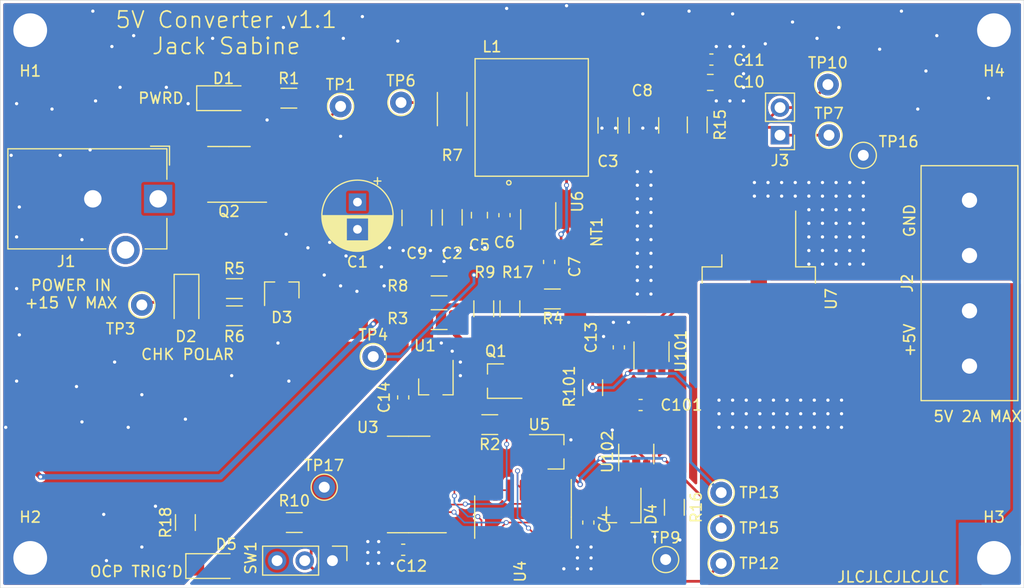
<source format=kicad_pcb>
(kicad_pcb (version 20171130) (host pcbnew "(5.1.8)-1")
  (layers (0 F.Cu signal) (31 B.Cu signal) (34 B.Paste user) (35 F.Paste user) (36 B.SilkS user) (37 F.SilkS user) (38 B.Mask user) (39 F.Mask user) (44 Edge.Cuts user))
  (net 0 "")
  (net 1 /Vin)
  (net 2 /SW)
  (net 3 /SR+)
  (net 4 /+Vin)
  (net 5 /5V0_LOGIC)
  (net 6 "Net-(C7-Pad2)")
  (net 7 /BOOT)
  (net 8 "Net-(D1-Pad2)")
  (net 9 "Net-(D2-Pad2)")
  (net 10 /PCheckG)
  (net 11 "Net-(D4-Pad1)")
  (net 12 /SR-)
  (net 13 /5V0_Out)
  (net 14 "Net-(Q1-Pad1)")
  (net 15 /EN)
  (net 16 /~PWR_EN)
  (net 17 /FB)
  (net 18 /SW_SIG)
  (net 19 /Vo)
  (net 20 /OCP_TRIGGER)
  (net 21 "Net-(U3-Pad11)")
  (net 22 "Net-(U3-Pad8)")
  (net 23 /~SW_SIG)
  (net 24 /~Q)
  (net 25 "Net-(U4-Pad1)")
  (net 26 /POR)
  (net 27 /S)
  (net 28 /Q)
  (net 29 "Net-(D5-Pad1)")
  (net 30 GNDPWR)
  (net 31 GNDA)
  (net 32 "Net-(C101-Pad1)")
  (module BuckLinReg_5V:NetShorter (layer F.Cu) (at 112 74.3 270)
    (fp_text reference NT1 (at 0 -1.778 270) (layer F.SilkS))
    (fp_text value Net-Tie_2)
    (fp_line (start -0.4 0) (end 0.3 0) (layer F.Cu) (width 1))
    (pad 2 smd rect (at 1.4 0 270) (size 2 1.5) (layers F.Cu) (net 31 GNDA))
    (pad 1 smd rect (at -1.4 0 270) (size 2 1.5) (layers F.Cu) (net 30 GNDPWR))
  )
  (module BuckLinReg_5V:ProjectBoxMountingHole_X001WPJR9N (layer F.Cu) (at 150.25 55.75)
    (fp_text reference H4 (at 0 3.75) (layer F.SilkS))
    (fp_text value HolePad)
    (pad 1 thru_hole circle (at 0 0) (size 4.5 4.5) (drill 3.1) (layers *.Cu *.Mask) (net 30 GNDPWR))
  )
  (module BuckLinReg_5V:ProjectBoxMountingHole_X001WPJR9N (layer F.Cu) (at 150.25 104.25)
    (fp_text reference H3 (at 0 -3.75) (layer F.SilkS))
    (fp_text value HolePad)
    (pad 1 thru_hole circle (at 0 0) (size 4.5 4.5) (drill 3.1) (layers *.Cu *.Mask) (net 30 GNDPWR))
  )
  (module BuckLinReg_5V:ProjectBoxMountingHole_X001WPJR9N (layer F.Cu) (at 61.75 104.25)
    (fp_text reference H2 (at 0 -3.75) (layer F.SilkS))
    (fp_text value HolePad)
    (pad 1 thru_hole circle (at 0 0) (size 4.5 4.5) (drill 3.1) (layers *.Cu *.Mask) (net 30 GNDPWR))
  )
  (module BuckLinReg_5V:ProjectBoxMountingHole_X001WPJR9N (layer F.Cu) (at 61.75 55.75)
    (fp_text reference H1 (at 0 3.75) (layer F.SilkS))
    (fp_text value HolePad)
    (pad 1 thru_hole circle (at 0 0) (size 4.5 4.5) (drill 3.1) (layers *.Cu *.Mask) (net 30 GNDPWR))
  )
  (module BuckLinReg_5V:IHLP4040DZER6R8M8A (layer F.Cu) (at 107.8 63.6705 90)
    (fp_text reference L1 (at 6.4 -3.65 180) (layer F.SilkS))
    (fp_text value 6.8u)
    (pad 2 smd rect (at 4.4705 0 90) (size 3.124 3.251) (layers F.Cu F.Paste F.Mask) (net 3 /SR+))
    (pad 1 smd rect (at -4.4705 0 90) (size 3.124 3.251) (layers F.Cu F.Paste F.Mask) (net 2 /SW))
  )
  (module Connector_BarrelJack:BarrelJack_CUI_PJ-102AH_Horizontal (layer F.Cu) (at 73.5 71.25 270)
    (fp_text reference J1 (at 5.75 8.45) (layer F.SilkS))
    (fp_text value Barrel_Jack)
    (pad 1 thru_hole rect (at 0 0 270) (size 2.6 2.6) (drill 1.6) (layers *.Cu *.Mask) (net 1 /Vin))
    (pad 2 thru_hole circle (at 0 6 270) (size 2.6 2.6) (drill 1.6) (layers *.Cu *.Mask) (net 30 GNDPWR))
    (pad 3 thru_hole circle (at 4.7 3 270) (size 2.6 2.6) (drill 1.6) (layers *.Cu *.Mask))
  )
  (module Capacitor_THT:CP_Radial_D6.3mm_P2.50mm (layer F.Cu) (at 91.8 71.55 270)
    (fp_text reference C1 (at 5.5 0 180) (layer F.SilkS))
    (fp_text value 47u)
    (pad 1 thru_hole rect (at 0 0 270) (size 1.6 1.6) (drill 0.8) (layers *.Cu *.Mask) (net 4 /+Vin))
    (pad 2 thru_hole circle (at 2.5 0 270) (size 1.6 1.6) (drill 0.8) (layers *.Cu *.Mask) (net 30 GNDPWR))
  )
  (module Capacitor_SMD:C_1206_3216Metric_Pad1.33x1.80mm_HandSolder (layer F.Cu) (at 100.5 72.95 270)
    (fp_text reference C2 (at 3.3 0 180) (layer F.SilkS))
    (fp_text value 10u)
    (pad 2 smd roundrect (at 1.5625 0 270) (size 1.325 1.8) (layers F.Cu F.Paste F.Mask) (roundrect_rratio 0.1886777358490566) (net 30 GNDPWR))
    (pad 1 smd roundrect (at -1.5625 0 270) (size 1.325 1.8) (layers F.Cu F.Paste F.Mask) (roundrect_rratio 0.1886777358490566) (net 4 /+Vin))
  )
  (module Capacitor_SMD:C_1206_3216Metric_Pad1.33x1.80mm_HandSolder (layer F.Cu) (at 114.8 64.5 270)
    (fp_text reference C3 (at 3.3 0 180) (layer F.SilkS))
    (fp_text value 10u)
    (pad 1 smd roundrect (at -1.5625 0 270) (size 1.325 1.8) (layers F.Cu F.Paste F.Mask) (roundrect_rratio 0.1886777358490566) (net 3 /SR+))
    (pad 2 smd roundrect (at 1.5625 0 270) (size 1.325 1.8) (layers F.Cu F.Paste F.Mask) (roundrect_rratio 0.1886777358490566) (net 30 GNDPWR))
  )
  (module Capacitor_SMD:C_0603_1608Metric_Pad1.08x0.95mm_HandSolder (layer F.Cu) (at 113 101 90)
    (fp_text reference C4 (at 0 1.5 90) (layer F.SilkS))
    (fp_text value 0.1u)
    (pad 1 smd roundrect (at -0.8625 0 90) (size 1.075 0.95) (layers F.Cu F.Paste F.Mask) (net 5 /5V0_LOGIC))
    (pad 2 smd roundrect (at 0.8625 0 90) (size 1.075 0.95) (layers F.Cu F.Paste F.Mask) (net 31 GNDA))
  )
  (module Capacitor_SMD:C_0805_2012Metric_Pad1.18x1.45mm_HandSolder (layer F.Cu) (at 103 72.75 270)
    (fp_text reference C5 (at 2.75 0 180) (layer F.SilkS))
    (fp_text value 0.1u)
    (pad 2 smd roundrect (at 1.0375 0 270) (size 1.175 1.45) (layers F.Cu F.Paste F.Mask) (roundrect_rratio 0.2127659574468085) (net 30 GNDPWR))
    (pad 1 smd roundrect (at -1.0375 0 270) (size 1.175 1.45) (layers F.Cu F.Paste F.Mask) (roundrect_rratio 0.2127659574468085) (net 4 /+Vin))
  )
  (module Capacitor_SMD:C_0603_1608Metric_Pad1.08x0.95mm_HandSolder (layer F.Cu) (at 105.3 72.75 270)
    (fp_text reference C6 (at 2.5 0 180) (layer F.SilkS))
    (fp_text value 0.1u)
    (pad 2 smd roundrect (at 0.8625 0 270) (size 1.075 0.95) (layers F.Cu F.Paste F.Mask) (net 30 GNDPWR))
    (pad 1 smd roundrect (at -0.8625 0 270) (size 1.075 0.95) (layers F.Cu F.Paste F.Mask) (net 4 /+Vin))
  )
  (module Capacitor_SMD:C_0603_1608Metric_Pad1.08x0.95mm_HandSolder (layer F.Cu) (at 109.4 77.05 270)
    (fp_text reference C7 (at 0.45 -2.35 90) (layer F.SilkS))
    (fp_text value 0.1u)
    (pad 2 smd roundrect (at 0.8625 0 270) (size 1.075 0.95) (layers F.Cu F.Paste F.Mask) (net 6 "Net-(C7-Pad2)"))
    (pad 1 smd roundrect (at -0.8625 0 270) (size 1.075 0.95) (layers F.Cu F.Paste F.Mask) (net 7 /BOOT))
  )
  (module Capacitor_SMD:C_1210_3225Metric_Pad1.33x2.70mm_HandSolder (layer F.Cu) (at 118.1 64.5 270)
    (fp_text reference C8 (at -3.2 0.15 180) (layer F.SilkS))
    (fp_text value 10u)
    (pad 2 smd roundrect (at 1.5625 0 270) (size 1.325 2.7) (layers F.Cu F.Paste F.Mask) (roundrect_rratio 0.1886777358490566) (net 30 GNDPWR))
    (pad 1 smd roundrect (at -1.5625 0 270) (size 1.325 2.7) (layers F.Cu F.Paste F.Mask) (roundrect_rratio 0.1886777358490566) (net 3 /SR+))
  )
  (module Capacitor_SMD:C_1210_3225Metric_Pad1.33x2.70mm_HandSolder (layer F.Cu) (at 97.25 73 270)
    (fp_text reference C9 (at 3.25 0 180) (layer F.SilkS))
    (fp_text value 10u)
    (pad 1 smd roundrect (at -1.5625 0 270) (size 1.325 2.7) (layers F.Cu F.Paste F.Mask) (roundrect_rratio 0.1886777358490566) (net 4 /+Vin))
    (pad 2 smd roundrect (at 1.5625 0 270) (size 1.325 2.7) (layers F.Cu F.Paste F.Mask) (roundrect_rratio 0.1886777358490566) (net 30 GNDPWR))
  )
  (module Capacitor_SMD:C_0805_2012Metric_Pad1.18x1.45mm_HandSolder (layer F.Cu) (at 124.2 60.55)
    (fp_text reference C10 (at 3.55 -0.05) (layer F.SilkS))
    (fp_text value 0.1u)
    (pad 1 smd roundrect (at -1.0375 0) (size 1.175 1.45) (layers F.Cu F.Paste F.Mask) (roundrect_rratio 0.2127659574468085) (net 3 /SR+))
    (pad 2 smd roundrect (at 1.0375 0) (size 1.175 1.45) (layers F.Cu F.Paste F.Mask) (roundrect_rratio 0.2127659574468085) (net 30 GNDPWR))
  )
  (module Capacitor_SMD:C_0603_1608Metric_Pad1.08x0.95mm_HandSolder (layer F.Cu) (at 124.3 58.45)
    (fp_text reference C11 (at 3.45 0.05) (layer F.SilkS))
    (fp_text value 0.1u)
    (pad 1 smd roundrect (at -0.8625 0) (size 1.075 0.95) (layers F.Cu F.Paste F.Mask) (net 3 /SR+))
    (pad 2 smd roundrect (at 0.8625 0) (size 1.075 0.95) (layers F.Cu F.Paste F.Mask) (net 30 GNDPWR))
  )
  (module Capacitor_SMD:C_0603_1608Metric_Pad1.08x0.95mm_HandSolder (layer F.Cu) (at 96 103.5)
    (fp_text reference C12 (at 0.75 1.5) (layer F.SilkS))
    (fp_text value 0.1u)
    (pad 1 smd roundrect (at -0.8625 0) (size 1.075 0.95) (layers F.Cu F.Paste F.Mask) (net 5 /5V0_LOGIC))
    (pad 2 smd roundrect (at 0.8625 0) (size 1.075 0.95) (layers F.Cu F.Paste F.Mask) (net 31 GNDA))
  )
  (module Capacitor_SMD:C_0603_1608Metric_Pad1.08x0.95mm_HandSolder (layer F.Cu) (at 115.8 84.9 270)
    (fp_text reference C13 (at -0.9 2.55 90) (layer F.SilkS))
    (fp_text value 0.1u)
    (pad 2 smd roundrect (at 0.8625 0 270) (size 1.075 0.95) (layers F.Cu F.Paste F.Mask) (net 31 GNDA))
    (pad 1 smd roundrect (at -0.8625 0 270) (size 1.075 0.95) (layers F.Cu F.Paste F.Mask) (net 5 /5V0_LOGIC))
  )
  (module Capacitor_SMD:C_0603_1608Metric_Pad1.08x0.95mm_HandSolder (layer F.Cu) (at 96 89.5 270)
    (fp_text reference C14 (at 0 1.75 90) (layer F.SilkS))
    (fp_text value 0.1u)
    (pad 1 smd roundrect (at -0.8625 0 270) (size 1.075 0.95) (layers F.Cu F.Paste F.Mask) (net 5 /5V0_LOGIC))
    (pad 2 smd roundrect (at 0.8625 0 270) (size 1.075 0.95) (layers F.Cu F.Paste F.Mask) (net 31 GNDA))
  )
  (module Diode_SMD:D_1206_3216Metric_Pad1.42x1.75mm_HandSolder (layer F.Cu) (at 79.5 62)
    (fp_text reference D1 (at 0 -1.82) (layer F.SilkS))
    (fp_text value GREEN)
    (pad 1 smd roundrect (at -1.4875 0) (size 1.425 1.75) (layers F.Cu F.Paste F.Mask) (roundrect_rratio 0.1754385964912281) (net 30 GNDPWR))
    (pad 2 smd roundrect (at 1.4875 0) (size 1.425 1.75) (layers F.Cu F.Paste F.Mask) (roundrect_rratio 0.1754385964912281) (net 8 "Net-(D1-Pad2)"))
  )
  (module Diode_SMD:D_1206_3216Metric_Pad1.42x1.75mm_HandSolder (layer F.Cu) (at 76.1 80.65 270)
    (fp_text reference D2 (at 3.25 0.05 180) (layer F.SilkS))
    (fp_text value RED)
    (pad 2 smd roundrect (at 1.4875 0 270) (size 1.425 1.75) (layers F.Cu F.Paste F.Mask) (roundrect_rratio 0.1754385964912281) (net 9 "Net-(D2-Pad2)"))
    (pad 1 smd roundrect (at -1.4875 0 270) (size 1.425 1.75) (layers F.Cu F.Paste F.Mask) (roundrect_rratio 0.1754385964912281) (net 1 /Vin))
  )
  (module Diode_SMD:D_SOT-23_ANK (layer F.Cu) (at 84.85 79.65 90)
    (fp_text reference D3 (at -2.5 0 180) (layer F.SilkS))
    (fp_text value 10V)
    (pad 2 smd rect (at -1 -0.95 90) (size 0.9 0.8) (layers F.Cu F.Paste F.Mask) (net 10 /PCheckG))
    (pad "" smd rect (at -1 0.95 90) (size 0.9 0.8) (layers F.Cu F.Paste F.Mask))
    (pad 1 smd rect (at 1 0 90) (size 0.9 0.8) (layers F.Cu F.Paste F.Mask) (net 4 /+Vin))
  )
  (module Connector_PinHeader_2.54mm:PinHeader_1x02_P2.54mm_Vertical (layer F.Cu) (at 130.6 65.4 180)
    (fp_text reference J3 (at 0 -2.33) (layer F.SilkS))
    (fp_text value "1x2 Male")
    (pad 2 thru_hole oval (at 0 2.54 180) (size 1.7 1.7) (drill 1) (layers *.Cu *.Mask) (net 3 /SR+))
    (pad 1 thru_hole rect (at 0 0 180) (size 1.7 1.7) (drill 1) (layers *.Cu *.Mask) (net 12 /SR-))
  )
  (module Package_TO_SOT_SMD:SOT-23_Handsoldering (layer F.Cu) (at 104.5 88 180)
    (fp_text reference Q1 (at 0 2.75) (layer F.SilkS))
    (fp_text value PMBT2222)
    (pad 1 smd rect (at -1.5 -0.95 180) (size 1.9 0.8) (layers F.Cu F.Paste F.Mask) (net 14 "Net-(Q1-Pad1)"))
    (pad 2 smd rect (at -1.5 0.95 180) (size 1.9 0.8) (layers F.Cu F.Paste F.Mask) (net 31 GNDA))
    (pad 3 smd rect (at 1.5 0 180) (size 1.9 0.8) (layers F.Cu F.Paste F.Mask) (net 15 /EN))
  )
  (module Resistor_SMD:R_1206_3216Metric_Pad1.30x1.75mm_HandSolder (layer F.Cu) (at 85.5 62)
    (fp_text reference R1 (at 0 -1.82) (layer F.SilkS))
    (fp_text value 10k)
    (pad 1 smd roundrect (at -1.55 0) (size 1.3 1.75) (layers F.Cu F.Paste F.Mask) (roundrect_rratio 0.1923069230769231) (net 8 "Net-(D1-Pad2)"))
    (pad 2 smd roundrect (at 1.55 0) (size 1.3 1.75) (layers F.Cu F.Paste F.Mask) (roundrect_rratio 0.1923069230769231) (net 4 /+Vin))
  )
  (module Resistor_SMD:R_1206_3216Metric_Pad1.30x1.75mm_HandSolder (layer F.Cu) (at 103.95 92 180)
    (fp_text reference R2 (at 0 -1.82) (layer F.SilkS))
    (fp_text value 10k)
    (pad 1 smd roundrect (at -1.55 0 180) (size 1.3 1.75) (layers F.Cu F.Paste F.Mask) (roundrect_rratio 0.1923069230769231) (net 16 /~PWR_EN))
    (pad 2 smd roundrect (at 1.55 0 180) (size 1.3 1.75) (layers F.Cu F.Paste F.Mask) (roundrect_rratio 0.1923069230769231) (net 14 "Net-(Q1-Pad1)"))
  )
  (module Resistor_SMD:R_1206_3216Metric_Pad1.30x1.75mm_HandSolder (layer F.Cu) (at 99.3 82.35)
    (fp_text reference R3 (at -3.8 -0.1) (layer F.SilkS))
    (fp_text value 22.1k)
    (pad 1 smd roundrect (at -1.55 0) (size 1.3 1.75) (layers F.Cu F.Paste F.Mask) (roundrect_rratio 0.1923069230769231) (net 4 /+Vin))
    (pad 2 smd roundrect (at 1.55 0) (size 1.3 1.75) (layers F.Cu F.Paste F.Mask) (roundrect_rratio 0.1923069230769231) (net 15 /EN))
  )
  (module Resistor_SMD:R_1206_3216Metric_Pad1.30x1.75mm_HandSolder (layer F.Cu) (at 109.7 80.45)
    (fp_text reference R4 (at 0.05 1.8) (layer F.SilkS))
    (fp_text value 3.6k)
    (pad 2 smd roundrect (at 1.55 0) (size 1.3 1.75) (layers F.Cu F.Paste F.Mask) (roundrect_rratio 0.1923069230769231) (net 31 GNDA))
    (pad 1 smd roundrect (at -1.55 0) (size 1.3 1.75) (layers F.Cu F.Paste F.Mask) (roundrect_rratio 0.1923069230769231) (net 15 /EN))
  )
  (module Resistor_SMD:R_1206_3216Metric_Pad1.30x1.75mm_HandSolder (layer F.Cu) (at 80.5 79.5)
    (fp_text reference R5 (at 0 -1.85) (layer F.SilkS))
    (fp_text value 10k)
    (pad 1 smd roundrect (at -1.55 0) (size 1.3 1.75) (layers F.Cu F.Paste F.Mask) (roundrect_rratio 0.1923069230769231) (net 9 "Net-(D2-Pad2)"))
    (pad 2 smd roundrect (at 1.55 0) (size 1.3 1.75) (layers F.Cu F.Paste F.Mask) (roundrect_rratio 0.1923069230769231) (net 30 GNDPWR))
  )
  (module Resistor_SMD:R_1206_3216Metric_Pad1.30x1.75mm_HandSolder (layer F.Cu) (at 80.5 82 180)
    (fp_text reference R6 (at 0 -1.9) (layer F.SilkS))
    (fp_text value 10k)
    (pad 2 smd roundrect (at 1.55 0 180) (size 1.3 1.75) (layers F.Cu F.Paste F.Mask) (roundrect_rratio 0.1923069230769231) (net 30 GNDPWR))
    (pad 1 smd roundrect (at -1.55 0 180) (size 1.3 1.75) (layers F.Cu F.Paste F.Mask) (roundrect_rratio 0.1923069230769231) (net 10 /PCheckG))
  )
  (module Resistor_SMD:R_2010_5025Metric_Pad1.40x2.65mm_HandSolder (layer F.Cu) (at 100.5 63 270)
    (fp_text reference R7 (at 4.25 0 180) (layer F.SilkS))
    (fp_text value 30)
    (pad 1 smd roundrect (at -2.4 0 270) (size 1.4 2.65) (layers F.Cu F.Paste F.Mask) (roundrect_rratio 0.1785707142857143) (net 6 "Net-(C7-Pad2)"))
    (pad 2 smd roundrect (at 2.4 0 270) (size 1.4 2.65) (layers F.Cu F.Paste F.Mask) (roundrect_rratio 0.1785707142857143) (net 2 /SW))
  )
  (module Resistor_SMD:R_1206_3216Metric_Pad1.30x1.75mm_HandSolder (layer F.Cu) (at 99.3 79.25)
    (fp_text reference R8 (at -3.8 0) (layer F.SilkS))
    (fp_text value 68k)
    (pad 2 smd roundrect (at 1.55 0) (size 1.3 1.75) (layers F.Cu F.Paste F.Mask) (roundrect_rratio 0.1923069230769231) (net 17 /FB))
    (pad 1 smd roundrect (at -1.55 0) (size 1.3 1.75) (layers F.Cu F.Paste F.Mask) (roundrect_rratio 0.1923069230769231) (net 3 /SR+))
  )
  (module Resistor_SMD:R_1206_3216Metric_Pad1.30x1.75mm_HandSolder (layer F.Cu) (at 103.4 81.35 270)
    (fp_text reference R9 (at -3.35 -0.1 180) (layer F.SilkS))
    (fp_text value 33k)
    (pad 1 smd roundrect (at -1.55 0 270) (size 1.3 1.75) (layers F.Cu F.Paste F.Mask) (roundrect_rratio 0.1923069230769231) (net 17 /FB))
    (pad 2 smd roundrect (at 1.55 0 270) (size 1.3 1.75) (layers F.Cu F.Paste F.Mask) (roundrect_rratio 0.1923069230769231) (net 31 GNDA))
  )
  (module Resistor_SMD:R_1206_3216Metric_Pad1.30x1.75mm_HandSolder (layer F.Cu) (at 86 101 180)
    (fp_text reference R10 (at 0 2) (layer F.SilkS))
    (fp_text value 10k)
    (pad 1 smd roundrect (at -1.55 0 180) (size 1.3 1.75) (layers F.Cu F.Paste F.Mask) (roundrect_rratio 0.1923069230769231) (net 18 /SW_SIG))
    (pad 2 smd roundrect (at 1.55 0 180) (size 1.3 1.75) (layers F.Cu F.Paste F.Mask) (roundrect_rratio 0.1923069230769231) (net 31 GNDA))
  )
  (module Resistor_SMD:R_1206_3216Metric_Pad1.30x1.75mm_HandSolder (layer F.Cu) (at 123 64.45 90)
    (fp_text reference R15 (at 0 2.1 90) (layer F.SilkS))
    (fp_text value 10m)
    (pad 1 smd roundrect (at -1.55 0 90) (size 1.3 1.75) (layers F.Cu F.Paste F.Mask) (roundrect_rratio 0.1923069230769231) (net 12 /SR-))
    (pad 2 smd roundrect (at 1.55 0 90) (size 1.3 1.75) (layers F.Cu F.Paste F.Mask) (roundrect_rratio 0.1923069230769231) (net 3 /SR+))
  )
  (module Resistor_SMD:R_1206_3216Metric_Pad1.30x1.75mm_HandSolder (layer F.Cu) (at 120.9 99.6 90)
    (fp_text reference R16 (at 0 2 90) (layer F.SilkS))
    (fp_text value 470)
    (pad 2 smd roundrect (at 1.55 0 90) (size 1.3 1.75) (layers F.Cu F.Paste F.Mask) (roundrect_rratio 0.1923069230769231) (net 11 "Net-(D4-Pad1)"))
    (pad 1 smd roundrect (at -1.55 0 90) (size 1.3 1.75) (layers F.Cu F.Paste F.Mask) (roundrect_rratio 0.1923069230769231) (net 5 /5V0_LOGIC))
  )
  (module Resistor_SMD:R_1206_3216Metric_Pad1.30x1.75mm_HandSolder (layer F.Cu) (at 105.8 81.35 270)
    (fp_text reference R17 (at -3.35 -0.7 180) (layer F.SilkS))
    (fp_text value 12k)
    (pad 2 smd roundrect (at 1.55 0 270) (size 1.3 1.75) (layers F.Cu F.Paste F.Mask) (roundrect_rratio 0.1923069230769231) (net 31 GNDA))
    (pad 1 smd roundrect (at -1.55 0 270) (size 1.3 1.75) (layers F.Cu F.Paste F.Mask) (roundrect_rratio 0.1923069230769231) (net 17 /FB))
  )
  (module Connector_PinHeader_2.54mm:PinHeader_1x03_P2.54mm_Vertical (layer F.Cu) (at 89.5 104.5 270)
    (fp_text reference SW1 (at -0.25 7.5 90) (layer F.SilkS))
    (fp_text value SW_SPDT)
    (pad 3 thru_hole oval (at 0 5.08 270) (size 1.7 1.7) (drill 1) (layers *.Cu *.Mask) (net 31 GNDA))
    (pad 2 thru_hole oval (at 0 2.54 270) (size 1.7 1.7) (drill 1) (layers *.Cu *.Mask) (net 18 /SW_SIG))
    (pad 1 thru_hole rect (at 0 0 270) (size 1.7 1.7) (drill 1) (layers *.Cu *.Mask) (net 5 /5V0_LOGIC))
  )
  (module TestPoint:TestPoint_THTPad_D2.0mm_Drill1.0mm (layer F.Cu) (at 90.25 62.75)
    (fp_text reference TP1 (at 0 -1.998) (layer F.SilkS))
    (fp_text value U1Vin)
    (pad 1 thru_hole circle (at 0 0) (size 2 2) (drill 1) (layers *.Cu *.Mask) (net 4 /+Vin))
  )
  (module TestPoint:TestPoint_THTPad_D2.0mm_Drill1.0mm (layer F.Cu) (at 72 81)
    (fp_text reference TP3 (at -1.95 2.2) (layer F.SilkS))
    (fp_text value Vin)
    (pad 1 thru_hole circle (at 0 0) (size 2 2) (drill 1) (layers *.Cu *.Mask) (net 1 /Vin))
  )
  (module TestPoint:TestPoint_THTPad_D2.0mm_Drill1.0mm (layer F.Cu) (at 93.25 85.75)
    (fp_text reference TP4 (at 0 -1.998) (layer F.SilkS))
    (fp_text value FB)
    (pad 1 thru_hole circle (at 0 0) (size 2 2) (drill 1) (layers *.Cu *.Mask) (net 17 /FB))
  )
  (module TestPoint:TestPoint_THTPad_D2.0mm_Drill1.0mm (layer F.Cu) (at 95.8 62.4)
    (fp_text reference TP6 (at 0 -1.998) (layer F.SilkS))
    (fp_text value SW)
    (pad 1 thru_hole circle (at 0 0) (size 2 2) (drill 1) (layers *.Cu *.Mask) (net 2 /SW))
  )
  (module TestPoint:TestPoint_THTPad_D2.0mm_Drill1.0mm (layer F.Cu) (at 135.1 65.4)
    (fp_text reference TP7 (at 0 -1.998) (layer F.SilkS))
    (fp_text value U2Vin)
    (pad 1 thru_hole circle (at 0 0) (size 2 2) (drill 1) (layers *.Cu *.Mask) (net 12 /SR-))
  )
  (module Package_TO_SOT_SMD:SOT-23_Handsoldering (layer F.Cu) (at 99 88.5 270)
    (fp_text reference U1 (at -3.75 1 180) (layer F.SilkS))
    (fp_text value TLV76050DBZT)
    (pad 3 smd rect (at 1.5 0 270) (size 1.9 0.8) (layers F.Cu F.Paste F.Mask) (net 31 GNDA))
    (pad 2 smd rect (at -1.5 0.95 270) (size 1.9 0.8) (layers F.Cu F.Paste F.Mask) (net 4 /+Vin))
    (pad 1 smd rect (at -1.5 -0.95 270) (size 1.9 0.8) (layers F.Cu F.Paste F.Mask) (net 5 /5V0_LOGIC))
  )
  (module Package_SO:SOIC-14_3.9x8.7mm_P1.27mm (layer F.Cu) (at 96.5 97.5 180)
    (fp_text reference U3 (at 3.75 5.25) (layer F.SilkS))
    (fp_text value 74HCT00)
    (pad 14 smd roundrect (at 2.475 -3.81 180) (size 1.95 0.6) (layers F.Cu F.Paste F.Mask) (net 5 /5V0_LOGIC))
    (pad 13 smd roundrect (at 2.475 -2.54 180) (size 1.95 0.6) (layers F.Cu F.Paste F.Mask) (net 31 GNDA))
    (pad 12 smd roundrect (at 2.475 -1.27 180) (size 1.95 0.6) (layers F.Cu F.Paste F.Mask) (net 31 GNDA))
    (pad 11 smd roundrect (at 2.475 0 180) (size 1.95 0.6) (layers F.Cu F.Paste F.Mask) (net 21 "Net-(U3-Pad11)"))
    (pad 10 smd roundrect (at 2.475 1.27 180) (size 1.95 0.6) (layers F.Cu F.Paste F.Mask) (net 31 GNDA))
    (pad 9 smd roundrect (at 2.475 2.54 180) (size 1.95 0.6) (layers F.Cu F.Paste F.Mask) (net 31 GNDA))
    (pad 8 smd roundrect (at 2.475 3.81 180) (size 1.95 0.6) (layers F.Cu F.Paste F.Mask) (net 22 "Net-(U3-Pad8)"))
    (pad 7 smd roundrect (at -2.475 3.81 180) (size 1.95 0.6) (layers F.Cu F.Paste F.Mask) (net 31 GNDA))
    (pad 6 smd roundrect (at -2.475 2.54 180) (size 1.95 0.6) (layers F.Cu F.Paste F.Mask) (net 23 /~SW_SIG))
    (pad 5 smd roundrect (at -2.475 1.27 180) (size 1.95 0.6) (layers F.Cu F.Paste F.Mask) (net 18 /SW_SIG))
    (pad 4 smd roundrect (at -2.475 0 180) (size 1.95 0.6) (layers F.Cu F.Paste F.Mask) (net 18 /SW_SIG))
    (pad 3 smd roundrect (at -2.475 -1.27 180) (size 1.95 0.6) (layers F.Cu F.Paste F.Mask) (net 16 /~PWR_EN))
    (pad 2 smd roundrect (at -2.475 -2.54 180) (size 1.95 0.6) (layers F.Cu F.Paste F.Mask) (net 24 /~Q))
    (pad 1 smd roundrect (at -2.475 -3.81 180) (size 1.95 0.6) (layers F.Cu F.Paste F.Mask) (net 18 /SW_SIG))
  )
  (module Package_SO:SOIC-14_3.9x8.7mm_P1.27mm (layer F.Cu) (at 107 100.5 270)
    (fp_text reference U4 (at 5 0.25 90) (layer F.SilkS))
    (fp_text value SN74HCT02)
    (pad 1 smd roundrect (at -2.475 -3.81 270) (size 1.95 0.6) (layers F.Cu F.Paste F.Mask) (net 25 "Net-(U4-Pad1)"))
    (pad 2 smd roundrect (at -2.475 -2.54 270) (size 1.95 0.6) (layers F.Cu F.Paste F.Mask) (net 20 /OCP_TRIGGER))
    (pad 3 smd roundrect (at -2.475 -1.27 270) (size 1.95 0.6) (layers F.Cu F.Paste F.Mask) (net 26 /POR))
    (pad 4 smd roundrect (at -2.475 0 270) (size 1.95 0.6) (layers F.Cu F.Paste F.Mask) (net 27 /S))
    (pad 5 smd roundrect (at -2.475 1.27 270) (size 1.95 0.6) (layers F.Cu F.Paste F.Mask) (net 25 "Net-(U4-Pad1)"))
    (pad 6 smd roundrect (at -2.475 2.54 270) (size 1.95 0.6) (layers F.Cu F.Paste F.Mask) (net 25 "Net-(U4-Pad1)"))
    (pad 7 smd roundrect (at -2.475 3.81 270) (size 1.95 0.6) (layers F.Cu F.Paste F.Mask) (net 31 GNDA))
    (pad 8 smd roundrect (at 2.475 3.81 270) (size 1.95 0.6) (layers F.Cu F.Paste F.Mask) (net 23 /~SW_SIG))
    (pad 9 smd roundrect (at 2.475 2.54 270) (size 1.95 0.6) (layers F.Cu F.Paste F.Mask) (net 24 /~Q))
    (pad 10 smd roundrect (at 2.475 1.27 270) (size 1.95 0.6) (layers F.Cu F.Paste F.Mask) (net 28 /Q))
    (pad 11 smd roundrect (at 2.475 0 270) (size 1.95 0.6) (layers F.Cu F.Paste F.Mask) (net 28 /Q))
    (pad 12 smd roundrect (at 2.475 -1.27 270) (size 1.95 0.6) (layers F.Cu F.Paste F.Mask) (net 27 /S))
    (pad 13 smd roundrect (at 2.475 -2.54 270) (size 1.95 0.6) (layers F.Cu F.Paste F.Mask) (net 24 /~Q))
    (pad 14 smd roundrect (at 2.475 -3.81 270) (size 1.95 0.6) (layers F.Cu F.Paste F.Mask) (net 5 /5V0_LOGIC))
  )
  (module Package_TO_SOT_SMD:SOT-23_Handsoldering (layer F.Cu) (at 110 94.5)
    (fp_text reference U5 (at -1.5 -2.5) (layer F.SilkS))
    (fp_text value TCM810)
    (pad 1 smd rect (at -1.5 -0.95) (size 1.9 0.8) (layers F.Cu F.Paste F.Mask) (net 31 GNDA))
    (pad 2 smd rect (at -1.5 0.95) (size 1.9 0.8) (layers F.Cu F.Paste F.Mask) (net 26 /POR))
    (pad 3 smd rect (at 1.5 0) (size 1.9 0.8) (layers F.Cu F.Paste F.Mask) (net 5 /5V0_LOGIC))
  )
  (module Package_TO_SOT_SMD:SOT-23-6 (layer F.Cu) (at 108.4 73.15 270)
    (fp_text reference U6 (at -1.65 -3.6 90) (layer F.SilkS))
    (fp_text value TPS56339DDC)
    (pad 1 smd rect (at -1.1 -0.95 270) (size 1.06 0.65) (layers F.Cu F.Paste F.Mask) (net 30 GNDPWR))
    (pad 2 smd rect (at -1.1 0 270) (size 1.06 0.65) (layers F.Cu F.Paste F.Mask) (net 2 /SW))
    (pad 3 smd rect (at -1.1 0.95 270) (size 1.06 0.65) (layers F.Cu F.Paste F.Mask) (net 4 /+Vin))
    (pad 4 smd rect (at 1.1 0.95 270) (size 1.06 0.65) (layers F.Cu F.Paste F.Mask) (net 17 /FB))
    (pad 6 smd rect (at 1.1 -0.95 270) (size 1.06 0.65) (layers F.Cu F.Paste F.Mask) (net 7 /BOOT))
    (pad 5 smd rect (at 1.1 0 270) (size 1.06 0.65) (layers F.Cu F.Paste F.Mask) (net 15 /EN))
  )
  (module Package_TO_SOT_SMD:TO-263-3_TabPin2 (layer F.Cu) (at 128.65 80.45 270)
    (fp_text reference U7 (at 0 -6.65 90) (layer F.SilkS))
    (fp_text value LM1085ISX-5.0/NOPB)
    (pad 1 smd rect (at -5.775 -2.54 270) (size 4.6 1.1) (layers F.Cu F.Paste F.Mask) (net 30 GNDPWR))
    (pad 2 smd rect (at -5.775 0 270) (size 4.6 1.1) (layers F.Cu F.Paste F.Mask) (net 13 /5V0_Out))
    (pad 3 smd rect (at -5.775 2.54 270) (size 4.6 1.1) (layers F.Cu F.Paste F.Mask) (net 12 /SR-))
    (pad 2 smd rect (at 3.375 0 270) (size 9.4 10.8) (layers F.Cu F.Mask) (net 13 /5V0_Out))
  )
  (module Resistor_SMD:R_1206_3216Metric_Pad1.30x1.75mm_HandSolder (layer F.Cu) (at 76 101 90)
    (fp_text reference R18 (at 0 -1.82 90) (layer F.SilkS))
    (fp_text value 10k)
    (pad 1 smd roundrect (at -1.55 0 90) (size 1.3 1.75) (layers F.Cu F.Paste F.Mask) (roundrect_rratio 0.1923069230769231) (net 29 "Net-(D5-Pad1)"))
    (pad 2 smd roundrect (at 1.55 0 90) (size 1.3 1.75) (layers F.Cu F.Paste F.Mask) (roundrect_rratio 0.1923069230769231) (net 30 GNDPWR))
  )
  (module Diode_SMD:D_1206_3216Metric_Pad1.42x1.75mm_HandSolder (layer F.Cu) (at 78.5 105)
    (fp_text reference D5 (at 1.25 -2) (layer F.SilkS))
    (fp_text value YELLOW)
    (pad 2 smd roundrect (at 1.4875 0) (size 1.425 1.75) (layers F.Cu F.Paste F.Mask) (roundrect_rratio 0.1754385964912281) (net 28 /Q))
    (pad 1 smd roundrect (at -1.4875 0) (size 1.425 1.75) (layers F.Cu F.Paste F.Mask) (roundrect_rratio 0.1754385964912281) (net 29 "Net-(D5-Pad1)"))
  )
  (module TestPoint:TestPoint_THTPad_D2.0mm_Drill1.0mm (layer F.Cu) (at 120.1 104.4)
    (fp_text reference TP9 (at 0 -1.998) (layer F.SilkS))
    (fp_text value 5V0)
    (pad 1 thru_hole circle (at 0 0) (size 2 2) (drill 1) (layers *.Cu *.Mask) (net 5 /5V0_LOGIC))
  )
  (module TestPoint:TestPoint_THTPad_D2.0mm_Drill1.0mm (layer F.Cu) (at 125.2 104.75)
    (fp_text reference TP12 (at 3.5 0) (layer F.SilkS))
    (fp_text value Q)
    (pad 1 thru_hole circle (at 0 0) (size 2 2) (drill 1) (layers *.Cu *.Mask) (net 28 /Q))
  )
  (module TestPoint:TestPoint_THTPad_D2.0mm_Drill1.0mm (layer F.Cu) (at 125.2 98.25)
    (fp_text reference TP13 (at 3.5 0) (layer F.SilkS))
    (fp_text value Iout)
    (pad 1 thru_hole circle (at 0 0) (size 2 2) (drill 1) (layers *.Cu *.Mask) (net 19 /Vo))
  )
  (module TestPoint:TestPoint_THTPad_D2.0mm_Drill1.0mm (layer F.Cu) (at 125.2 101.5)
    (fp_text reference TP15 (at 3.5 0) (layer F.SilkS))
    (fp_text value OCPT)
    (pad 1 thru_hole circle (at 0 0) (size 2 2) (drill 1) (layers *.Cu *.Mask) (net 20 /OCP_TRIGGER))
  )
  (module TestPoint:TestPoint_THTPad_D2.0mm_Drill1.0mm (layer F.Cu) (at 138.25 67.25)
    (fp_text reference TP16 (at 3.25 -1.25) (layer F.SilkS))
    (fp_text value GNDP)
    (pad 1 thru_hole circle (at 0 0) (size 2 2) (drill 1) (layers *.Cu *.Mask) (net 30 GNDPWR))
  )
  (module TestPoint:TestPoint_THTPad_D2.0mm_Drill1.0mm (layer F.Cu) (at 88.75 97.75)
    (fp_text reference TP17 (at 0 -1.998) (layer F.SilkS))
    (fp_text value GNDA)
    (pad 1 thru_hole circle (at 0 0) (size 2 2) (drill 1) (layers *.Cu *.Mask) (net 31 GNDA))
  )
  (module TestPoint:TestPoint_THTPad_D2.0mm_Drill1.0mm (layer F.Cu) (at 135 60.75)
    (fp_text reference TP10 (at 0 -1.998) (layer F.SilkS))
    (fp_text value SR+)
    (pad 1 thru_hole circle (at 0 0) (size 2 2) (drill 1) (layers *.Cu *.Mask) (net 3 /SR+))
  )
  (module BuckLinReg_5V:796636-4 (layer F.Cu) (at 148 79 90)
    (fp_text reference J2 (at 0 -5.715 90) (layer F.SilkS))
    (fp_text value 796638-4)
    (pad 4 thru_hole circle (at 7.62 0 90) (size 2.54 2.54) (drill 1.397) (layers *.Cu *.Mask) (net 30 GNDPWR))
    (pad 3 thru_hole circle (at 2.54 0 90) (size 2.54 2.54) (drill 1.397) (layers *.Cu *.Mask) (net 30 GNDPWR))
    (pad 2 thru_hole circle (at -2.54 0 90) (size 2.54 2.54) (drill 1.397) (layers *.Cu *.Mask) (net 13 /5V0_Out))
    (pad 1 thru_hole circle (at -7.62 0 90) (size 2.54 2.54) (drill 1.397) (layers *.Cu *.Mask) (net 13 /5V0_Out))
  )
  (module Package_SO:SO-8_3.9x4.9mm_P1.27mm (layer F.Cu) (at 80 69 180)
    (fp_text reference Q2 (at 0 -3.4) (layer F.SilkS))
    (fp_text value Si4435FDY)
    (pad 1 smd roundrect (at -2.575 -1.905 180) (size 1.75 0.6) (layers F.Cu F.Paste F.Mask) (net 4 /+Vin))
    (pad 2 smd roundrect (at -2.575 -0.635 180) (size 1.75 0.6) (layers F.Cu F.Paste F.Mask) (net 4 /+Vin))
    (pad 3 smd roundrect (at -2.575 0.635 180) (size 1.75 0.6) (layers F.Cu F.Paste F.Mask) (net 4 /+Vin))
    (pad 4 smd roundrect (at -2.575 1.905 180) (size 1.75 0.6) (layers F.Cu F.Paste F.Mask) (net 10 /PCheckG))
    (pad 5 smd roundrect (at 2.575 1.905 180) (size 1.75 0.6) (layers F.Cu F.Paste F.Mask) (net 1 /Vin))
    (pad 6 smd roundrect (at 2.575 0.635 180) (size 1.75 0.6) (layers F.Cu F.Paste F.Mask) (net 1 /Vin))
    (pad 7 smd roundrect (at 2.575 -0.635 180) (size 1.75 0.6) (layers F.Cu F.Paste F.Mask) (net 1 /Vin))
    (pad 8 smd roundrect (at 2.575 -1.905 180) (size 1.75 0.6) (layers F.Cu F.Paste F.Mask) (net 1 /Vin))
  )
  (module Capacitor_SMD:C_0603_1608Metric_Pad1.08x0.95mm_HandSolder (layer F.Cu) (at 117.8 90.2)
    (fp_text reference C101 (at 3.75 0) (layer F.SilkS))
    (fp_text value 0.1u)
    (pad 1 smd roundrect (at -0.8625 0) (size 1.075 0.95) (layers F.Cu F.Paste F.Mask) (net 32 "Net-(C101-Pad1)"))
    (pad 2 smd roundrect (at 0.8625 0) (size 1.075 0.95) (layers F.Cu F.Paste F.Mask) (net 31 GNDA))
  )
  (module Resistor_SMD:R_1206_3216Metric_Pad1.30x1.75mm_HandSolder (layer F.Cu) (at 113.4 88.6 270)
    (fp_text reference R101 (at -0.1 2.15 90) (layer F.SilkS))
    (fp_text value 10k)
    (pad 1 smd roundrect (at -1.55 0 270) (size 1.3 1.75) (layers F.Cu F.Paste F.Mask) (roundrect_rratio 0.192308) (net 19 /Vo))
    (pad 2 smd roundrect (at 1.55 0 270) (size 1.3 1.75) (layers F.Cu F.Paste F.Mask) (roundrect_rratio 0.192308) (net 32 "Net-(C101-Pad1)"))
  )
  (module Package_TO_SOT_SMD:SOT-23-5_HandSoldering (layer F.Cu) (at 118.8 85.3 90)
    (fp_text reference U101 (at 0.05 2.7 90) (layer F.SilkS))
    (fp_text value INA180A3IDBVR)
    (pad 1 smd rect (at -1.35 -0.95 90) (size 1.56 0.65) (layers F.Cu F.Paste F.Mask) (net 19 /Vo))
    (pad 2 smd rect (at -1.35 0 90) (size 1.56 0.65) (layers F.Cu F.Paste F.Mask) (net 31 GNDA))
    (pad 3 smd rect (at -1.35 0.95 90) (size 1.56 0.65) (layers F.Cu F.Paste F.Mask) (net 3 /SR+))
    (pad 4 smd rect (at 1.35 0.95 90) (size 1.56 0.65) (layers F.Cu F.Paste F.Mask) (net 12 /SR-))
    (pad 5 smd rect (at 1.35 -0.95 90) (size 1.56 0.65) (layers F.Cu F.Paste F.Mask) (net 5 /5V0_LOGIC))
  )
  (module Package_TO_SOT_SMD:SOT-23-5_HandSoldering (layer F.Cu) (at 117.4 94.7 90)
    (fp_text reference U102 (at 0.2 -2.65 90) (layer F.SilkS))
    (fp_text value TLV7011KCKT)
    (pad 1 smd rect (at -1.35 -0.95 90) (size 1.56 0.65) (layers F.Cu F.Paste F.Mask) (net 20 /OCP_TRIGGER))
    (pad 2 smd rect (at -1.35 0 90) (size 1.56 0.65) (layers F.Cu F.Paste F.Mask) (net 31 GNDA))
    (pad 3 smd rect (at -1.35 0.95 90) (size 1.56 0.65) (layers F.Cu F.Paste F.Mask) (net 32 "Net-(C101-Pad1)"))
    (pad 4 smd rect (at 1.35 0.95 90) (size 1.56 0.65) (layers F.Cu F.Paste F.Mask) (net 11 "Net-(D4-Pad1)"))
    (pad 5 smd rect (at 1.35 -0.95 90) (size 1.56 0.65) (layers F.Cu F.Paste F.Mask) (net 5 /5V0_LOGIC))
  )
  (module Package_TO_SOT_SMD:SOT-23_Handsoldering (layer F.Cu) (at 116.25 100.25 270)
    (fp_text reference D4 (at 0 -2.5 90) (layer F.SilkS))
    (fp_text value 2V4)
    (pad 1 smd rect (at -1.5 -0.95 270) (size 1.9 0.8) (layers F.Cu F.Paste F.Mask) (net 11 "Net-(D4-Pad1)"))
    (pad 2 smd rect (at -1.5 0.95 270) (size 1.9 0.8) (layers F.Cu F.Paste F.Mask) (net 31 GNDA))
    (pad 3 smd rect (at 1.5 0 270) (size 1.9 0.8) (layers F.Cu F.Paste F.Mask))
  )
  (gr_text "OCP TRIG'D" (at 71.5 105.5) (layer F.SilkS) (effects (font (size 1 1))))
  (gr_text "CHK POLAR" (at 76.2 85.55) (layer F.SilkS) (effects (font (size 1 1))))
  (gr_text PWRD (at 73.75 62) (layer F.SilkS) (effects (font (size 1 1))))
  (gr_text "5V 2A MAX" (at 148.75 91.25) (layer F.SilkS) (effects (font (size 1 1))))
  (gr_text "POWER IN\n+15 V MAX" (at 65.5 80) (layer F.SilkS) (effects (font (size 1 1))))
  (gr_text +5V (at 142.5 84.25 90) (layer F.SilkS) (effects (font (size 1 1))))
  (gr_text GND (at 142.5 73.25 90) (layer F.SilkS) (effects (font (size 1 1))))
  (gr_text "5V Converter v1.1\nJack Sabine" (at 79.75 56) (layer F.SilkS) (effects (font (size 1.5 1.5))))
  (gr_text JLCJLCJLCJLC (at 141 106) (layer F.SilkS) (effects (font (size 1 1))))
  (gr_line (start 59 107) (end 59 53) (layer Edge.Cuts) (width 0.05))
  (gr_line (start 153 107) (end 59 107) (layer Edge.Cuts) (width 0.05))
  (gr_line (start 153 53) (end 153 107) (layer Edge.Cuts) (width 0.05))
  (gr_line (start 59 53) (end 153 53) (layer Edge.Cuts) (width 0.05))
  (segment (start 72.5 75.5625) (end 76.1 79.1625) (width 0.25) (layer F.Cu) (net 1))
  (segment (start 72.5 71.25) (end 72.5 75.5625) (width 0.25) (layer F.Cu) (net 1))
  (segment (start 72.2375 80.7625) (end 72 81) (width 0.25) (layer F.Cu) (net 1))
  (segment (start 74.5 80.7625) (end 72.2375 80.7625) (width 0.25) (layer F.Cu) (net 1))
  (segment (start 76.1 79.1625) (end 74.5 80.7625) (width 0.25) (layer F.Cu) (net 1))
  (segment (start 100.5 65.4) (end 102.6 67.5) (width 0.25) (layer F.Cu) (net 2))
  (segment (start 107.5295 67.5) (end 108.4 68.3705) (width 0.25) (layer F.Cu) (net 2))
  (segment (start 102.6 67.5) (end 107.5295 67.5) (width 0.25) (layer F.Cu) (net 2))
  (segment (start 97.5 62.4) (end 100.5 65.4) (width 0.25) (layer F.Cu) (net 2))
  (segment (start 95.8 62.4) (end 97.5 62.4) (width 0.25) (layer F.Cu) (net 2))
  (segment (start 62.7 96.8) (end 62.7 96.8) (width 0.5) (layer F.Cu) (net 3))
  (via (at 62.7 96.8) (size 0.5) (drill 0.3) (layers F.Cu B.Cu) (net 3))
  (via (at 93.25 82.75) (size 0.5) (drill 0.3) (layers F.Cu B.Cu) (net 3))
  (segment (start 62.7 96.8) (end 79.2 96.8) (width 0.5) (layer B.Cu) (net 3))
  (segment (start 79.2 96.8) (end 93.25 82.75) (width 0.5) (layer B.Cu) (net 3))
  (segment (start 97.75 79.25) (end 96.75 79.25) (width 0.5) (layer F.Cu) (net 3))
  (segment (start 96.75 79.25) (end 93.25 82.75) (width 0.5) (layer F.Cu) (net 3))
  (segment (start 61.75 95.85) (end 62.7 96.8) (width 0.5) (layer F.Cu) (net 3))
  (segment (start 64.8205 59.4295) (end 61.75 62.5) (width 0.5) (layer F.Cu) (net 3))
  (segment (start 61.75 62.5) (end 61.75 95.85) (width 0.5) (layer F.Cu) (net 3))
  (segment (start 108.4 59.4295) (end 104.1795 59.4295) (width 0.5) (layer F.Cu) (net 3))
  (segment (start 108.4 59.4295) (end 99.6795 59.4295) (width 0.5) (layer F.Cu) (net 3))
  (segment (start 99.6795 59.4295) (end 64.8205 59.4295) (width 0.5) (layer F.Cu) (net 3))
  (segment (start 120.77 64.65473) (end 120.77 81) (width 0.25) (layer F.Cu) (net 3))
  (segment (start 121.20473 64.22) (end 120.77 64.65473) (width 0.25) (layer F.Cu) (net 3))
  (segment (start 123 64.22) (end 121.20473 64.22) (width 0.25) (layer F.Cu) (net 3))
  (segment (start 123 62.9) (end 123 64.22) (width 0.25) (layer F.Cu) (net 3))
  (segment (start 120.77 81) (end 119.089999 82.680001) (width 0.25) (layer F.Cu) (net 3))
  (segment (start 119.75 85.62) (end 119.75 86.65) (width 0.25) (layer F.Cu) (net 3))
  (segment (start 119.089999 84.959999) (end 119.75 85.62) (width 0.25) (layer F.Cu) (net 3))
  (segment (start 119.089999 82.680001) (end 119.089999 84.959999) (width 0.25) (layer F.Cu) (net 3))
  (segment (start 129.24 64.22) (end 130.6 62.86) (width 0.25) (layer F.Cu) (net 3))
  (segment (start 123 64.22) (end 129.24 64.22) (width 0.25) (layer F.Cu) (net 3))
  (segment (start 132.89 62.86) (end 135 60.75) (width 0.25) (layer F.Cu) (net 3))
  (segment (start 130.6 62.86) (end 132.89 62.86) (width 0.25) (layer F.Cu) (net 3))
  (segment (start 83.45 68.365) (end 82.575 68.365) (width 0.25) (layer F.Cu) (net 4))
  (segment (start 87.05 64.765) (end 83.45 68.365) (width 0.25) (layer F.Cu) (net 4))
  (segment (start 87.05 62) (end 87.05 64.765) (width 0.25) (layer F.Cu) (net 4))
  (segment (start 88.235 64.765) (end 90.25 62.75) (width 0.25) (layer F.Cu) (net 4))
  (segment (start 87.05 64.765) (end 88.235 64.765) (width 0.25) (layer F.Cu) (net 4))
  (segment (start 82.575 70.905) (end 81.25 72.23) (width 0.75) (layer F.Cu) (net 4))
  (segment (start 81.25 72.23) (end 81.25 74.946448) (width 0.75) (layer F.Cu) (net 4))
  (segment (start 84.85 78.546448) (end 84.85 78.65) (width 0.75) (layer F.Cu) (net 4))
  (segment (start 81.25 74.946448) (end 84.85 78.546448) (width 0.75) (layer F.Cu) (net 4))
  (segment (start 86 78.65) (end 91.1 83.75) (width 0.75) (layer F.Cu) (net 4))
  (segment (start 84.85 78.65) (end 86 78.65) (width 0.75) (layer F.Cu) (net 4))
  (segment (start 96.35 83.75) (end 97.75 82.35) (width 0.75) (layer F.Cu) (net 4))
  (segment (start 91.1 83.75) (end 96.35 83.75) (width 0.75) (layer F.Cu) (net 4))
  (segment (start 111.4 93.4) (end 111.4 93.4) (width 0.5) (layer F.Cu) (net 5))
  (via (at 112 103.25) (size 0.5) (drill 0.3) (layers F.Cu B.Cu) (net 5))
  (via (at 113.25 103.25) (size 0.5) (drill 0.3) (layers F.Cu B.Cu) (net 5))
  (via (at 113.25 104.25) (size 0.5) (drill 0.3) (layers F.Cu B.Cu) (net 5))
  (via (at 112 104.25) (size 0.5) (drill 0.3) (layers F.Cu B.Cu) (net 5))
  (via (at 92.75 102.75) (size 0.5) (drill 0.3) (layers F.Cu B.Cu) (net 5))
  (via (at 93.75 102.75) (size 0.5) (drill 0.3) (layers F.Cu B.Cu) (net 5))
  (via (at 92.75 103.75) (size 0.5) (drill 0.3) (layers F.Cu B.Cu) (net 5))
  (via (at 93.75 103.75) (size 0.5) (drill 0.3) (layers F.Cu B.Cu) (net 5))
  (via (at 92.75 104.75) (size 0.5) (drill 0.3) (layers F.Cu B.Cu) (net 5))
  (via (at 93.75 104.75) (size 0.5) (drill 0.3) (layers F.Cu B.Cu) (net 5))
  (via (at 95 104.75) (size 0.5) (drill 0.3) (layers F.Cu B.Cu) (net 5))
  (via (at 112 105.25) (size 0.5) (drill 0.3) (layers F.Cu B.Cu) (net 5))
  (via (at 113.25 105.25) (size 0.5) (drill 0.3) (layers F.Cu B.Cu) (net 5))
  (via (at 110.75 105.25) (size 0.5) (drill 0.3) (layers F.Cu B.Cu) (net 5))
  (via (at 99.5 84.5) (size 0.5) (drill 0.3) (layers F.Cu B.Cu) (net 5))
  (via (at 100.5 85.25) (size 0.5) (drill 0.3) (layers F.Cu B.Cu) (net 5))
  (via (at 101.25 86.25) (size 0.5) (drill 0.3) (layers F.Cu B.Cu) (net 5))
  (via (at 101.25 87.5) (size 0.5) (drill 0.3) (layers F.Cu B.Cu) (net 5))
  (segment (start 96.227499 88.410001) (end 96 88.6375) (width 0.5) (layer F.Cu) (net 5))
  (segment (start 98.818001 88.410001) (end 96.227499 88.410001) (width 0.5) (layer F.Cu) (net 5))
  (segment (start 99.95 87.278002) (end 98.818001 88.410001) (width 0.5) (layer F.Cu) (net 5))
  (segment (start 99.95 87) (end 99.95 87.278002) (width 0.5) (layer F.Cu) (net 5))
  (via (at 111.399992 93.399992) (size 0.5) (drill 0.3) (layers F.Cu B.Cu) (net 5))
  (segment (start 111.5 94.5) (end 111.5 93.5) (width 0.5) (layer F.Cu) (net 5))
  (segment (start 111.5 93.5) (end 111.399992 93.399992) (width 0.5) (layer F.Cu) (net 5))
  (via (at 115.3 82.6) (size 0.45) (drill 0.3) (layers F.Cu B.Cu) (net 5))
  (via (at 114.4 83.9) (size 0.45) (drill 0.3) (layers F.Cu B.Cu) (net 5))
  (via (at 116.7 82.6) (size 0.45) (drill 0.3) (layers F.Cu B.Cu) (net 5))
  (via (at 115.2 92.5) (size 0.45) (drill 0.3) (layers F.Cu B.Cu) (net 5))
  (via (at 115.2 94.1) (size 0.45) (drill 0.3) (layers F.Cu B.Cu) (net 5))
  (via (at 121.4 102.6) (size 0.45) (drill 0.3) (layers F.Cu B.Cu) (net 5))
  (via (at 119.1 102.3) (size 0.45) (drill 0.3) (layers F.Cu B.Cu) (net 5))
  (via (at 111 70) (size 0.45) (drill 0.3) (layers F.Cu B.Cu) (net 6))
  (segment (start 111 66.25) (end 111 70) (width 0.25) (layer F.Cu) (net 6))
  (segment (start 104.75 66) (end 110.75 66) (width 0.25) (layer F.Cu) (net 6))
  (segment (start 110.75 66) (end 111 66.25) (width 0.25) (layer F.Cu) (net 6))
  (segment (start 100.5 61.75) (end 104.75 66) (width 0.25) (layer F.Cu) (net 6))
  (segment (start 100.5 60.6) (end 100.5 61.75) (width 0.25) (layer F.Cu) (net 6))
  (via (at 110.5 74.499972) (size 0.5) (drill 0.3) (layers F.Cu B.Cu) (net 6))
  (segment (start 109.4 77.9125) (end 110.5 76.8125) (width 0.25) (layer F.Cu) (net 6))
  (segment (start 110.5 76.8125) (end 110.5 74.499972) (width 0.25) (layer F.Cu) (net 6))
  (segment (start 111 70) (end 111 73.999972) (width 0.25) (layer B.Cu) (net 6))
  (segment (start 111 73.999972) (end 110.5 74.499972) (width 0.25) (layer B.Cu) (net 6))
  (segment (start 109.4 74.3) (end 109.35 74.25) (width 0.5) (layer F.Cu) (net 7))
  (segment (start 109.4 76.1875) (end 109.4 74.3) (width 0.5) (layer F.Cu) (net 7))
  (segment (start 80.9875 62) (end 83.95 62) (width 0.25) (layer F.Cu) (net 8))
  (segment (start 78.85 79.5) (end 78.95 79.5) (width 0.5) (layer F.Cu) (net 9))
  (segment (start 76.2125 82.1375) (end 78.85 79.5) (width 0.5) (layer F.Cu) (net 9))
  (segment (start 76.1 82.1375) (end 76.2125 82.1375) (width 0.5) (layer F.Cu) (net 9))
  (segment (start 83.45 80.6) (end 82.05 82) (width 0.25) (layer F.Cu) (net 10))
  (segment (start 83.85 80.6) (end 83.45 80.6) (width 0.25) (layer F.Cu) (net 10))
  (segment (start 83.9 80.65) (end 83.85 80.6) (width 0.25) (layer F.Cu) (net 10))
  (segment (start 83.9 78.600552) (end 83.9 80.65) (width 0.25) (layer F.Cu) (net 10))
  (segment (start 80.5 75.200552) (end 83.9 78.600552) (width 0.25) (layer F.Cu) (net 10))
  (segment (start 82.575 67.095) (end 81.7 67.095) (width 0.25) (layer F.Cu) (net 10))
  (segment (start 81.7 67.095) (end 80.5 68.295) (width 0.25) (layer F.Cu) (net 10))
  (segment (start 80.5 68.295) (end 80.5 75.200552) (width 0.25) (layer F.Cu) (net 10))
  (segment (start 119.010001 96.160001) (end 120.9 98.05) (width 0.25) (layer F.Cu) (net 11))
  (segment (start 119.010001 94.010001) (end 119.010001 96.160001) (width 0.25) (layer F.Cu) (net 11))
  (segment (start 118.35 93.35) (end 119.010001 94.010001) (width 0.25) (layer F.Cu) (net 11))
  (segment (start 120.55 98.4) (end 120.9 98.05) (width 0.25) (layer F.Cu) (net 11))
  (segment (start 119.010001 97.589999) (end 119.010001 96.160001) (width 0.25) (layer F.Cu) (net 11))
  (segment (start 117.85 98.75) (end 119.010001 97.589999) (width 0.25) (layer F.Cu) (net 11))
  (segment (start 117.2 98.75) (end 117.85 98.75) (width 0.25) (layer F.Cu) (net 11))
  (segment (start 119.75 82.75) (end 119.75 83.95) (width 0.25) (layer F.Cu) (net 12))
  (segment (start 121.39527 64.68) (end 121.23 64.84527) (width 0.25) (layer F.Cu) (net 12))
  (segment (start 121.23 64.84527) (end 121.23 81.27) (width 0.25) (layer F.Cu) (net 12))
  (segment (start 123 64.68) (end 121.39527 64.68) (width 0.25) (layer F.Cu) (net 12))
  (segment (start 121.23 81.27) (end 119.75 82.75) (width 0.25) (layer F.Cu) (net 12))
  (segment (start 123 66) (end 123 64.68) (width 0.25) (layer F.Cu) (net 12))
  (segment (start 129.88 64.68) (end 130.6 65.4) (width 0.25) (layer F.Cu) (net 12))
  (segment (start 123 64.68) (end 129.88 64.68) (width 0.25) (layer F.Cu) (net 12))
  (segment (start 130.6 65.4) (end 135.1 65.4) (width 0.25) (layer F.Cu) (net 12))
  (segment (start 128.65 74.675) (end 128.65 83.825) (width 1.5) (layer F.Cu) (net 13))
  (via (at 125 89.75) (size 0.5) (drill 0.3) (layers F.Cu B.Cu) (net 13))
  (via (at 126.25 89.75) (size 0.5) (drill 0.3) (layers F.Cu B.Cu) (net 13))
  (via (at 127.5 89.75) (size 0.5) (drill 0.3) (layers F.Cu B.Cu) (net 13))
  (via (at 128.75 89.75) (size 0.5) (drill 0.3) (layers F.Cu B.Cu) (net 13))
  (via (at 130 89.75) (size 0.5) (drill 0.3) (layers F.Cu B.Cu) (net 13))
  (via (at 131.25 89.75) (size 0.5) (drill 0.3) (layers F.Cu B.Cu) (net 13))
  (via (at 132.5 89.75) (size 0.5) (drill 0.3) (layers F.Cu B.Cu) (net 13))
  (via (at 125 91) (size 0.5) (drill 0.3) (layers F.Cu B.Cu) (net 13))
  (via (at 126.25 91) (size 0.5) (drill 0.3) (layers F.Cu B.Cu) (net 13))
  (via (at 127.5 91) (size 0.5) (drill 0.3) (layers F.Cu B.Cu) (net 13))
  (via (at 128.75 91) (size 0.5) (drill 0.3) (layers F.Cu B.Cu) (net 13))
  (via (at 130 91) (size 0.5) (drill 0.3) (layers F.Cu B.Cu) (net 13))
  (via (at 131.25 91) (size 0.5) (drill 0.3) (layers F.Cu B.Cu) (net 13))
  (via (at 132.5 91) (size 0.5) (drill 0.3) (layers F.Cu B.Cu) (net 13))
  (via (at 125 92.25) (size 0.5) (drill 0.3) (layers F.Cu B.Cu) (net 13))
  (via (at 126.25 92.25) (size 0.5) (drill 0.3) (layers F.Cu B.Cu) (net 13))
  (via (at 127.5 92.25) (size 0.5) (drill 0.3) (layers F.Cu B.Cu) (net 13))
  (via (at 128.75 92.25) (size 0.5) (drill 0.3) (layers F.Cu B.Cu) (net 13))
  (via (at 130 92.25) (size 0.5) (drill 0.3) (layers F.Cu B.Cu) (net 13))
  (via (at 131.25 92.25) (size 0.5) (drill 0.3) (layers F.Cu B.Cu) (net 13))
  (via (at 132.5 92.25) (size 0.5) (drill 0.3) (layers F.Cu B.Cu) (net 13))
  (via (at 133.75 89.75) (size 0.5) (drill 0.3) (layers F.Cu B.Cu) (net 13))
  (via (at 133.75 91) (size 0.5) (drill 0.3) (layers F.Cu B.Cu) (net 13))
  (via (at 133.75 92.25) (size 0.5) (drill 0.3) (layers F.Cu B.Cu) (net 13))
  (via (at 135 89.75) (size 0.5) (drill 0.3) (layers F.Cu B.Cu) (net 13))
  (via (at 135 91) (size 0.5) (drill 0.3) (layers F.Cu B.Cu) (net 13))
  (via (at 135 92.25) (size 0.5) (drill 0.3) (layers F.Cu B.Cu) (net 13))
  (via (at 136.25 89.75) (size 0.5) (drill 0.3) (layers F.Cu B.Cu) (net 13))
  (via (at 136.25 91) (size 0.5) (drill 0.3) (layers F.Cu B.Cu) (net 13))
  (via (at 136.25 92.25) (size 0.5) (drill 0.3) (layers F.Cu B.Cu) (net 13))
  (segment (start 102.95 92) (end 106 88.95) (width 0.5) (layer F.Cu) (net 14))
  (segment (start 102.4 92) (end 102.95 92) (width 0.5) (layer F.Cu) (net 14))
  (segment (start 108.4 80.2) (end 108.15 80.45) (width 0.5) (layer F.Cu) (net 15))
  (segment (start 108.4 74.25) (end 108.4 80.2) (width 0.5) (layer F.Cu) (net 15))
  (segment (start 107.45 81.15) (end 108.15 80.45) (width 0.5) (layer F.Cu) (net 15))
  (segment (start 102.05 81.15) (end 107.45 81.15) (width 0.5) (layer F.Cu) (net 15))
  (segment (start 100.85 82.35) (end 102.05 81.15) (width 0.5) (layer F.Cu) (net 15))
  (segment (start 103 85.9) (end 103 88) (width 0.5) (layer F.Cu) (net 15))
  (segment (start 100.8 83.7) (end 103 85.9) (width 0.5) (layer F.Cu) (net 15))
  (segment (start 100.8 82.4) (end 100.8 83.7) (width 0.5) (layer F.Cu) (net 15))
  (segment (start 100.85 82.35) (end 100.8 82.4) (width 0.5) (layer F.Cu) (net 15))
  (segment (start 98.975 98.77) (end 99.555 99.35) (width 0.15) (layer F.Cu) (net 16))
  (segment (start 99.555 99.35) (end 101.55 99.35) (width 0.15) (layer F.Cu) (net 16))
  (segment (start 101.65 99.35) (end 101.7 99.3) (width 0.15) (layer F.Cu) (net 16))
  (via (at 101.7 99.3) (size 0.45) (drill 0.3) (layers F.Cu B.Cu) (net 16))
  (segment (start 101.55 99.35) (end 101.65 99.35) (width 0.15) (layer F.Cu) (net 16))
  (segment (start 105.5 92) (end 105.5 93.800002) (width 0.15) (layer F.Cu) (net 16))
  (via (at 105.5 93.800002) (size 0.45) (drill 0.3) (layers F.Cu B.Cu) (net 16))
  (segment (start 105.5 98.9) (end 105.5 93.800002) (width 0.15) (layer B.Cu) (net 16))
  (segment (start 105.1 99.3) (end 105.5 98.9) (width 0.15) (layer B.Cu) (net 16))
  (segment (start 101.7 99.3) (end 105.1 99.3) (width 0.15) (layer B.Cu) (net 16))
  (segment (start 95.75 85.75) (end 93.25 85.75) (width 0.25) (layer B.Cu) (net 17))
  (segment (start 102.5 79) (end 95.75 85.75) (width 0.25) (layer B.Cu) (net 17))
  (segment (start 102.5 78.25) (end 102.5 78.25) (width 0.25) (layer B.Cu) (net 17))
  (segment (start 102.5 78.25) (end 102.5 79) (width 0.25) (layer B.Cu) (net 17))
  (via (at 102.5 78.25) (size 0.5) (drill 0.3) (layers F.Cu B.Cu) (net 17))
  (segment (start 86.96 104.5) (end 88.145001 105.685001) (width 0.25) (layer F.Cu) (net 18))
  (segment (start 97.914999 105.685001) (end 98.314999 105.685001) (width 0.25) (layer F.Cu) (net 18))
  (segment (start 88.145001 105.685001) (end 97.914999 105.685001) (width 0.25) (layer F.Cu) (net 18))
  (segment (start 98.975 105.025) (end 98.975 101.31) (width 0.25) (layer F.Cu) (net 18))
  (segment (start 98.314999 105.685001) (end 98.975 105.025) (width 0.25) (layer F.Cu) (net 18))
  (segment (start 98 97.5) (end 98.975 97.5) (width 0.25) (layer F.Cu) (net 18))
  (segment (start 97.66499 97.83501) (end 98 97.5) (width 0.25) (layer F.Cu) (net 18))
  (segment (start 97.66499 100.97499) (end 97.66499 97.83501) (width 0.25) (layer F.Cu) (net 18))
  (segment (start 98 101.31) (end 97.66499 100.97499) (width 0.25) (layer F.Cu) (net 18))
  (segment (start 98.975 101.31) (end 98 101.31) (width 0.25) (layer F.Cu) (net 18))
  (segment (start 98.975 97.5) (end 98.975 96.23) (width 0.25) (layer F.Cu) (net 18))
  (segment (start 87.55 103.91) (end 86.96 104.5) (width 0.25) (layer F.Cu) (net 18))
  (segment (start 87.55 101) (end 87.55 103.91) (width 0.25) (layer F.Cu) (net 18))
  (via (at 116.6 87.3) (size 0.45) (drill 0.3) (layers F.Cu B.Cu) (net 19))
  (segment (start 117.25 86.65) (end 116.6 87.3) (width 0.25) (layer F.Cu) (net 19))
  (segment (start 117.85 86.65) (end 117.25 86.65) (width 0.25) (layer F.Cu) (net 19))
  (via (at 113.4 88.6) (size 0.45) (drill 0.3) (layers F.Cu B.Cu) (net 19))
  (segment (start 115.3 88.6) (end 113.4 88.6) (width 0.25) (layer B.Cu) (net 19))
  (segment (start 116.6 87.3) (end 115.3 88.6) (width 0.25) (layer B.Cu) (net 19))
  (segment (start 113.4 88.6) (end 113.4 87.05) (width 0.25) (layer F.Cu) (net 19))
  (segment (start 116.6 87.3) (end 121 87.3) (width 0.25) (layer B.Cu) (net 19))
  (segment (start 121 87.3) (end 122.4 88.7) (width 0.25) (layer B.Cu) (net 19))
  (segment (start 122.4 95.45) (end 125.2 98.25) (width 0.25) (layer B.Cu) (net 19))
  (segment (start 122.4 88.7) (end 122.4 95.45) (width 0.25) (layer B.Cu) (net 19))
  (via (at 114.1 95.1) (size 0.45) (drill 0.3) (layers F.Cu B.Cu) (net 20))
  (segment (start 115.05 96.05) (end 114.1 95.1) (width 0.25) (layer F.Cu) (net 20))
  (segment (start 116.45 96.05) (end 115.05 96.05) (width 0.25) (layer F.Cu) (net 20))
  (segment (start 119.9 95.1) (end 120 95.2) (width 0.25) (layer B.Cu) (net 20))
  (via (at 120 95.2) (size 0.45) (drill 0.3) (layers F.Cu B.Cu) (net 20))
  (segment (start 114.1 95.1) (end 119.9 95.1) (width 0.25) (layer B.Cu) (net 20))
  (segment (start 125.2 100.4) (end 125.2 101.5) (width 0.25) (layer F.Cu) (net 20))
  (segment (start 120 95.2) (end 125.2 100.4) (width 0.25) (layer F.Cu) (net 20))
  (via (at 112.25 97.5) (size 0.5) (drill 0.3) (layers F.Cu B.Cu) (net 20))
  (segment (start 114.1 95.1) (end 112.25 96.95) (width 0.25) (layer B.Cu) (net 20))
  (segment (start 112.25 96.95) (end 112.25 97.5) (width 0.25) (layer B.Cu) (net 20))
  (segment (start 109.54 98.025) (end 109.54 97.05) (width 0.25) (layer F.Cu) (net 20))
  (segment (start 109.54 97.05) (end 110.089999 96.500001) (width 0.25) (layer F.Cu) (net 20))
  (segment (start 110.089999 96.500001) (end 111.250001 96.500001) (width 0.25) (layer F.Cu) (net 20))
  (segment (start 111.250001 96.500001) (end 112.25 97.5) (width 0.25) (layer F.Cu) (net 20))
  (via (at 102.85 100.45) (size 0.45) (drill 0.3) (layers F.Cu B.Cu) (net 23))
  (segment (start 103.19 100.79) (end 102.85 100.45) (width 0.15) (layer F.Cu) (net 23))
  (segment (start 103.19 102.975) (end 103.19 100.79) (width 0.15) (layer F.Cu) (net 23))
  (segment (start 102.85 100.45) (end 101.95 100.45) (width 0.15) (layer B.Cu) (net 23))
  (segment (start 101.95 100.45) (end 100.7 99.2) (width 0.15) (layer B.Cu) (net 23))
  (via (at 100.7 98.55) (size 0.45) (drill 0.3) (layers F.Cu B.Cu) (net 23))
  (segment (start 100.7 99.2) (end 100.7 98.55) (width 0.15) (layer B.Cu) (net 23))
  (segment (start 99.295198 94.96) (end 98.975 94.96) (width 0.15) (layer F.Cu) (net 23))
  (segment (start 100.7 96.364802) (end 99.295198 94.96) (width 0.15) (layer F.Cu) (net 23))
  (segment (start 100.7 98.55) (end 100.7 96.364802) (width 0.15) (layer F.Cu) (net 23))
  (segment (start 109.54 101.785198) (end 109.54 102.975) (width 0.15) (layer F.Cu) (net 24))
  (segment (start 105.46 101) (end 108.754802 101) (width 0.15) (layer F.Cu) (net 24))
  (segment (start 104.46 102) (end 105.46 101) (width 0.15) (layer F.Cu) (net 24))
  (segment (start 104.46 102.975) (end 104.46 102) (width 0.15) (layer F.Cu) (net 24))
  (segment (start 108.754802 101) (end 109.54 101.785198) (width 0.15) (layer F.Cu) (net 24))
  (via (at 105.46 101) (size 0.45) (drill 0.3) (layers F.Cu B.Cu) (net 24))
  (segment (start 105.46 101) (end 101.62 101) (width 0.15) (layer B.Cu) (net 24))
  (segment (start 101.62 101) (end 100.66 100.04) (width 0.15) (layer B.Cu) (net 24))
  (segment (start 98.975 100.04) (end 100.66 100.04) (width 0.15) (layer F.Cu) (net 24))
  (via (at 100.66 100.04) (size 0.45) (drill 0.3) (layers F.Cu B.Cu) (net 24))
  (segment (start 105.73 99) (end 105.73 98.025) (width 0.15) (layer F.Cu) (net 25))
  (segment (start 106.01501 99.28501) (end 105.73 99) (width 0.15) (layer F.Cu) (net 25))
  (segment (start 110.52499 99.28501) (end 106.01501 99.28501) (width 0.15) (layer F.Cu) (net 25))
  (segment (start 110.81 99) (end 110.52499 99.28501) (width 0.15) (layer F.Cu) (net 25))
  (segment (start 110.81 98.025) (end 110.81 99) (width 0.15) (layer F.Cu) (net 25))
  (segment (start 105.73 98.025) (end 104.46 98.025) (width 0.15) (layer F.Cu) (net 25))
  (segment (start 108.5 97.795) (end 108.27 98.025) (width 0.5) (layer F.Cu) (net 26))
  (segment (start 108.5 95.45) (end 108.5 97.795) (width 0.5) (layer F.Cu) (net 26))
  (via (at 106.5 96.25) (size 0.45) (drill 0.3) (layers F.Cu B.Cu) (net 27))
  (segment (start 106.5 97.525) (end 107 98.025) (width 0.15) (layer F.Cu) (net 27))
  (segment (start 106.5 96.25) (end 106.5 97.525) (width 0.15) (layer F.Cu) (net 27))
  (segment (start 108.27 102.975) (end 108.27 102.28002) (width 0.15) (layer F.Cu) (net 27))
  (via (at 107.49999 101.51001) (size 0.45) (drill 0.3) (layers F.Cu B.Cu) (net 27))
  (segment (start 108.27 102.28002) (end 107.49999 101.51001) (width 0.15) (layer F.Cu) (net 27))
  (segment (start 106.5 96.25) (end 106.5 100.51002) (width 0.15) (layer B.Cu) (net 27))
  (segment (start 106.5 100.51002) (end 107.49999 101.51001) (width 0.15) (layer B.Cu) (net 27))
  (segment (start 105.73 105.47) (end 105.73 102.975) (width 0.25) (layer F.Cu) (net 28))
  (segment (start 104.8 106.4) (end 105.73 105.47) (width 0.25) (layer F.Cu) (net 28))
  (segment (start 81.6 106.4) (end 104.8 106.4) (width 0.25) (layer F.Cu) (net 28))
  (segment (start 80.2 105) (end 81.6 106.4) (width 0.25) (layer F.Cu) (net 28))
  (segment (start 79.9875 105) (end 80.2 105) (width 0.25) (layer F.Cu) (net 28))
  (segment (start 123.55 106.4) (end 125.2 104.75) (width 0.25) (layer F.Cu) (net 28))
  (segment (start 104.8 106.4) (end 123.55 106.4) (width 0.25) (layer F.Cu) (net 28))
  (segment (start 105.73 102.975) (end 107 102.975) (width 0.25) (layer F.Cu) (net 28))
  (segment (start 76 103.9875) (end 77.0125 105) (width 0.25) (layer F.Cu) (net 29))
  (segment (start 76 102.55) (end 76 103.9875) (width 0.25) (layer F.Cu) (net 29))
  (segment (start 110.425 72.05) (end 110.8 72.425) (width 0.75) (layer F.Cu) (net 30))
  (segment (start 109.35 72.05) (end 110.425 72.05) (width 0.75) (layer F.Cu) (net 30))
  (via (at 133.25 69.75) (size 0.5) (drill 0.3) (layers F.Cu B.Cu) (net 30))
  (via (at 133.25 71) (size 0.5) (drill 0.3) (layers F.Cu B.Cu) (net 30))
  (via (at 134.5 71) (size 0.5) (drill 0.3) (layers F.Cu B.Cu) (net 30))
  (via (at 134.5 69.75) (size 0.5) (drill 0.3) (layers F.Cu B.Cu) (net 30))
  (via (at 135.75 69.75) (size 0.5) (drill 0.3) (layers F.Cu B.Cu) (net 30))
  (via (at 135.75 71) (size 0.5) (drill 0.3) (layers F.Cu B.Cu) (net 30))
  (via (at 137 69.75) (size 0.5) (drill 0.3) (layers F.Cu B.Cu) (net 30))
  (via (at 138.25 69.75) (size 0.5) (drill 0.3) (layers F.Cu B.Cu) (net 30))
  (via (at 138.25 71) (size 0.5) (drill 0.3) (layers F.Cu B.Cu) (net 30))
  (via (at 138.25 72.25) (size 0.5) (drill 0.3) (layers F.Cu B.Cu) (net 30))
  (via (at 138.25 73.5) (size 0.5) (drill 0.3) (layers F.Cu B.Cu) (net 30))
  (via (at 138.25 74.75) (size 0.5) (drill 0.3) (layers F.Cu B.Cu) (net 30))
  (via (at 138.25 76) (size 0.5) (drill 0.3) (layers F.Cu B.Cu) (net 30))
  (via (at 138.25 77.25) (size 0.5) (drill 0.3) (layers F.Cu B.Cu) (net 30))
  (via (at 133.25 72.25) (size 0.5) (drill 0.3) (layers F.Cu B.Cu) (net 30))
  (via (at 133.25 73.5) (size 0.5) (drill 0.3) (layers F.Cu B.Cu) (net 30))
  (via (at 134.5 73.5) (size 0.5) (drill 0.3) (layers F.Cu B.Cu) (net 30))
  (via (at 135.75 73.5) (size 0.5) (drill 0.3) (layers F.Cu B.Cu) (net 30))
  (via (at 137 73.5) (size 0.5) (drill 0.3) (layers F.Cu B.Cu) (net 30))
  (via (at 133.25 74.75) (size 0.5) (drill 0.3) (layers F.Cu B.Cu) (net 30))
  (via (at 133.25 76) (size 0.5) (drill 0.3) (layers F.Cu B.Cu) (net 30))
  (via (at 133.25 77.25) (size 0.5) (drill 0.3) (layers F.Cu B.Cu) (net 30))
  (via (at 134.5 77.25) (size 0.5) (drill 0.3) (layers F.Cu B.Cu) (net 30))
  (via (at 135.75 77.25) (size 0.5) (drill 0.3) (layers F.Cu B.Cu) (net 30))
  (via (at 137 77.25) (size 0.5) (drill 0.3) (layers F.Cu B.Cu) (net 30))
  (via (at 137 76) (size 0.5) (drill 0.3) (layers F.Cu B.Cu) (net 30))
  (via (at 137 74.75) (size 0.5) (drill 0.3) (layers F.Cu B.Cu) (net 30))
  (via (at 135.75 74.75) (size 0.5) (drill 0.3) (layers F.Cu B.Cu) (net 30))
  (via (at 134.5 74.75) (size 0.5) (drill 0.3) (layers F.Cu B.Cu) (net 30))
  (via (at 134.5 76) (size 0.5) (drill 0.3) (layers F.Cu B.Cu) (net 30))
  (via (at 135.75 76) (size 0.5) (drill 0.3) (layers F.Cu B.Cu) (net 30))
  (via (at 134.5 72.25) (size 0.5) (drill 0.3) (layers F.Cu B.Cu) (net 30))
  (via (at 135.75 72.25) (size 0.5) (drill 0.3) (layers F.Cu B.Cu) (net 30))
  (via (at 137 71) (size 0.5) (drill 0.3) (layers F.Cu B.Cu) (net 30))
  (via (at 137 72.25) (size 0.5) (drill 0.3) (layers F.Cu B.Cu) (net 30))
  (via (at 132 71) (size 0.5) (drill 0.3) (layers F.Cu B.Cu) (net 30))
  (via (at 132 69.75) (size 0.5) (drill 0.3) (layers F.Cu B.Cu) (net 30))
  (via (at 130.75 69.75) (size 0.5) (drill 0.3) (layers F.Cu B.Cu) (net 30))
  (via (at 130.75 71) (size 0.5) (drill 0.3) (layers F.Cu B.Cu) (net 30))
  (via (at 129.5 71) (size 0.5) (drill 0.3) (layers F.Cu B.Cu) (net 30))
  (via (at 129.5 69.75) (size 0.5) (drill 0.3) (layers F.Cu B.Cu) (net 30))
  (via (at 128.25 69.75) (size 0.5) (drill 0.3) (layers F.Cu B.Cu) (net 30))
  (via (at 128.25 71) (size 0.5) (drill 0.3) (layers F.Cu B.Cu) (net 30))
  (via (at 66 88.5) (size 0.5) (drill 0.3) (layers F.Cu B.Cu) (net 30))
  (via (at 69.5 86.25) (size 0.5) (drill 0.3) (layers F.Cu B.Cu) (net 30))
  (via (at 72 89.25) (size 0.5) (drill 0.3) (layers F.Cu B.Cu) (net 30))
  (via (at 70.75 92.25) (size 0.5) (drill 0.3) (layers F.Cu B.Cu) (net 30))
  (via (at 66.5 91.75) (size 0.5) (drill 0.3) (layers F.Cu B.Cu) (net 30))
  (via (at 76 91.5) (size 0.5) (drill 0.3) (layers F.Cu B.Cu) (net 30))
  (via (at 80.25 87.5) (size 0.5) (drill 0.3) (layers F.Cu B.Cu) (net 30))
  (via (at 84.5 84.5) (size 0.5) (drill 0.3) (layers F.Cu B.Cu) (net 30))
  (via (at 73.25 99.5) (size 0.5) (drill 0.3) (layers F.Cu B.Cu) (net 30))
  (via (at 72 103.25) (size 0.5) (drill 0.3) (layers F.Cu B.Cu) (net 30))
  (via (at 68.75 104.5) (size 0.5) (drill 0.3) (layers F.Cu B.Cu) (net 30))
  (via (at 68.5 100.25) (size 0.5) (drill 0.3) (layers F.Cu B.Cu) (net 30))
  (via (at 59.5 92.25) (size 0.5) (drill 0.3) (layers F.Cu B.Cu) (net 30))
  (via (at 60.75 83.75) (size 0.5) (drill 0.3) (layers F.Cu B.Cu) (net 30))
  (via (at 60.5 88) (size 0.5) (drill 0.3) (layers F.Cu B.Cu) (net 30))
  (via (at 60.5 79.5) (size 0.5) (drill 0.3) (layers F.Cu B.Cu) (net 30))
  (via (at 60.75 72) (size 0.5) (drill 0.3) (layers F.Cu B.Cu) (net 30))
  (via (at 60.5 74.75) (size 0.5) (drill 0.3) (layers F.Cu B.Cu) (net 30))
  (via (at 60 67.25) (size 0.5) (drill 0.3) (layers F.Cu B.Cu) (net 30))
  (via (at 71.25 56.25) (size 0.5) (drill 0.3) (layers F.Cu B.Cu) (net 30))
  (via (at 78.5 56.5) (size 0.5) (drill 0.3) (layers F.Cu B.Cu) (net 30))
  (via (at 85 55.5) (size 0.5) (drill 0.3) (layers F.Cu B.Cu) (net 30))
  (via (at 83.5 64) (size 0.5) (drill 0.3) (layers F.Cu B.Cu) (net 30))
  (via (at 76.25 62.5) (size 0.5) (drill 0.3) (layers F.Cu B.Cu) (net 30))
  (via (at 67.75 62.25) (size 0.5) (drill 0.3) (layers F.Cu B.Cu) (net 30))
  (via (at 67.25 66.75) (size 0.5) (drill 0.3) (layers F.Cu B.Cu) (net 30))
  (via (at 66.5 75) (size 0.5) (drill 0.3) (layers F.Cu B.Cu) (net 30))
  (via (at 90.25 65.5) (size 0.5) (drill 0.3) (layers F.Cu B.Cu) (net 30))
  (via (at 92.25 54.5) (size 0.5) (drill 0.3) (layers F.Cu B.Cu) (net 30))
  (via (at 95.5 56.75) (size 0.5) (drill 0.3) (layers F.Cu B.Cu) (net 30))
  (via (at 105.5 53.75) (size 0.5) (drill 0.3) (layers F.Cu B.Cu) (net 30))
  (via (at 111 53.5) (size 0.5) (drill 0.3) (layers F.Cu B.Cu) (net 30))
  (via (at 118 54.25) (size 0.5) (drill 0.3) (layers F.Cu B.Cu) (net 30))
  (via (at 122.25 54) (size 0.5) (drill 0.3) (layers F.Cu B.Cu) (net 30))
  (via (at 126.25 54.25) (size 0.5) (drill 0.3) (layers F.Cu B.Cu) (net 30))
  (via (at 131.75 55) (size 0.5) (drill 0.3) (layers F.Cu B.Cu) (net 30))
  (via (at 136 55.5) (size 0.5) (drill 0.3) (layers F.Cu B.Cu) (net 30))
  (via (at 129.25 57) (size 0.5) (drill 0.3) (layers F.Cu B.Cu) (net 30))
  (via (at 139.75 57.5) (size 0.5) (drill 0.3) (layers F.Cu B.Cu) (net 30))
  (via (at 141.75 54) (size 0.5) (drill 0.3) (layers F.Cu B.Cu) (net 30))
  (via (at 144 59.5) (size 0.5) (drill 0.3) (layers F.Cu B.Cu) (net 30))
  (via (at 143.25 63) (size 0.5) (drill 0.3) (layers F.Cu B.Cu) (net 30))
  (via (at 149.75 62) (size 0.5) (drill 0.3) (layers F.Cu B.Cu) (net 30))
  (via (at 145 56.25) (size 0.5) (drill 0.3) (layers F.Cu B.Cu) (net 30))
  (via (at 124.75 62.25) (size 0.5) (drill 0.3) (layers F.Cu B.Cu) (net 30))
  (via (at 126 62.25) (size 0.5) (drill 0.3) (layers F.Cu B.Cu) (net 30))
  (via (at 127.25 62.25) (size 0.5) (drill 0.3) (layers F.Cu B.Cu) (net 30))
  (via (at 127.25 61) (size 0.5) (drill 0.3) (layers F.Cu B.Cu) (net 30))
  (via (at 127.25 59.75) (size 0.5) (drill 0.3) (layers F.Cu B.Cu) (net 30))
  (via (at 127.25 58.5) (size 0.5) (drill 0.3) (layers F.Cu B.Cu) (net 30))
  (via (at 127.25 57.25) (size 0.5) (drill 0.3) (layers F.Cu B.Cu) (net 30))
  (via (at 126 57.25) (size 0.5) (drill 0.3) (layers F.Cu B.Cu) (net 30))
  (via (at 124.75 57.25) (size 0.5) (drill 0.3) (layers F.Cu B.Cu) (net 30))
  (via (at 114.25 64.75) (size 0.5) (drill 0.3) (layers F.Cu B.Cu) (net 30))
  (via (at 115.5 64.75) (size 0.5) (drill 0.3) (layers F.Cu B.Cu) (net 30))
  (via (at 118 64.75) (size 0.5) (drill 0.3) (layers F.Cu B.Cu) (net 30))
  (via (at 119.25 64.75) (size 0.5) (drill 0.3) (layers F.Cu B.Cu) (net 30))
  (via (at 94.75 75.75) (size 0.5) (drill 0.3) (layers F.Cu B.Cu) (net 30))
  (via (at 96 76) (size 0.5) (drill 0.3) (layers F.Cu B.Cu) (net 30))
  (via (at 97.5 76) (size 0.5) (drill 0.3) (layers F.Cu B.Cu) (net 30))
  (via (at 98.5 76) (size 0.5) (drill 0.3) (layers F.Cu B.Cu) (net 30))
  (via (at 99.75 76) (size 0.5) (drill 0.3) (layers F.Cu B.Cu) (net 30))
  (via (at 99.75 77) (size 0.5) (drill 0.3) (layers F.Cu B.Cu) (net 30))
  (via (at 101 76) (size 0.5) (drill 0.3) (layers F.Cu B.Cu) (net 30))
  (via (at 102.25 75.75) (size 0.5) (drill 0.3) (layers F.Cu B.Cu) (net 30))
  (via (at 103.5 75.75) (size 0.5) (drill 0.3) (layers F.Cu B.Cu) (net 30))
  (via (at 70 61) (size 0.5) (drill 0.3) (layers F.Cu B.Cu) (net 30))
  (via (at 63.75 63) (size 0.5) (drill 0.3) (layers F.Cu B.Cu) (net 30))
  (via (at 74.25 61) (size 0.5) (drill 0.3) (layers F.Cu B.Cu) (net 30))
  (via (at 90.5 56.5) (size 0.5) (drill 0.3) (layers F.Cu B.Cu) (net 30))
  (via (at 69.25 57.25) (size 0.5) (drill 0.3) (layers F.Cu B.Cu) (net 30))
  (via (at 67.5 54) (size 0.5) (drill 0.3) (layers F.Cu B.Cu) (net 30))
  (via (at 60.5 62.5) (size 0.5) (drill 0.3) (layers F.Cu B.Cu) (net 30))
  (via (at 64.5 67.25) (size 0.5) (drill 0.3) (layers F.Cu B.Cu) (net 30))
  (via (at 85.5 88) (size 0.5) (drill 0.3) (layers F.Cu B.Cu) (net 30))
  (via (at 134 56.5) (size 0.5) (drill 0.3) (layers F.Cu B.Cu) (net 30))
  (via (at 88.75 78.25) (size 0.5) (drill 0.3) (layers F.Cu B.Cu) (net 30))
  (via (at 90.25 79.25) (size 0.5) (drill 0.3) (layers F.Cu B.Cu) (net 30))
  (via (at 94 77.5) (size 0.5) (drill 0.3) (layers F.Cu B.Cu) (net 30))
  (via (at 94.25 79.25) (size 0.5) (drill 0.3) (layers F.Cu B.Cu) (net 30))
  (via (at 90.75 76.5) (size 0.5) (drill 0.3) (layers F.Cu B.Cu) (net 30))
  (via (at 87.25 75.75) (size 0.5) (drill 0.3) (layers F.Cu B.Cu) (net 30))
  (via (at 85.25 74.5) (size 0.5) (drill 0.3) (layers F.Cu B.Cu) (net 30))
  (via (at 89.25 75.25) (size 0.5) (drill 0.3) (layers F.Cu B.Cu) (net 30))
  (via (at 91.75 79.75) (size 0.5) (drill 0.3) (layers F.Cu B.Cu) (net 30))
  (via (at 118.75 68.75) (size 0.5) (drill 0.3) (layers F.Cu B.Cu) (net 30))
  (via (at 118.75 70) (size 0.5) (drill 0.3) (layers F.Cu B.Cu) (net 30))
  (via (at 118.75 71.25) (size 0.5) (drill 0.3) (layers F.Cu B.Cu) (net 30))
  (via (at 118.75 72.5) (size 0.5) (drill 0.3) (layers F.Cu B.Cu) (net 30))
  (via (at 118.75 73.75) (size 0.5) (drill 0.3) (layers F.Cu B.Cu) (net 30))
  (via (at 118.75 75) (size 0.5) (drill 0.3) (layers F.Cu B.Cu) (net 30))
  (via (at 118.75 76.25) (size 0.5) (drill 0.3) (layers F.Cu B.Cu) (net 30))
  (via (at 118.75 77.5) (size 0.5) (drill 0.3) (layers F.Cu B.Cu) (net 30))
  (via (at 118.75 78.75) (size 0.5) (drill 0.3) (layers F.Cu B.Cu) (net 30))
  (via (at 118.75 80) (size 0.5) (drill 0.3) (layers F.Cu B.Cu) (net 30))
  (via (at 117.5 80) (size 0.5) (drill 0.3) (layers F.Cu B.Cu) (net 30))
  (via (at 117.5 78.75) (size 0.5) (drill 0.3) (layers F.Cu B.Cu) (net 30))
  (via (at 117.5 77.5) (size 0.5) (drill 0.3) (layers F.Cu B.Cu) (net 30))
  (via (at 117.5 76.25) (size 0.5) (drill 0.3) (layers F.Cu B.Cu) (net 30))
  (via (at 117.5 75) (size 0.5) (drill 0.3) (layers F.Cu B.Cu) (net 30))
  (via (at 117.5 73.75) (size 0.5) (drill 0.3) (layers F.Cu B.Cu) (net 30))
  (via (at 117.5 72.5) (size 0.5) (drill 0.3) (layers F.Cu B.Cu) (net 30))
  (via (at 117.5 71.25) (size 0.5) (drill 0.3) (layers F.Cu B.Cu) (net 30))
  (via (at 117.5 70) (size 0.5) (drill 0.3) (layers F.Cu B.Cu) (net 30))
  (via (at 117.5 68.75) (size 0.5) (drill 0.3) (layers F.Cu B.Cu) (net 30))
  (segment (start 118.35 95.291998) (end 118.35 96.05) (width 0.25) (layer F.Cu) (net 32))
  (segment (start 117.689999 94.631997) (end 118.35 95.291998) (width 0.25) (layer F.Cu) (net 32))
  (segment (start 117.689999 90.952499) (end 117.689999 94.631997) (width 0.25) (layer F.Cu) (net 32))
  (segment (start 116.9375 90.2) (end 117.689999 90.952499) (width 0.25) (layer F.Cu) (net 32))
  (segment (start 116.8875 90.15) (end 116.9375 90.2) (width 0.25) (layer F.Cu) (net 32))
  (segment (start 113.4 90.15) (end 116.8875 90.15) (width 0.25) (layer F.Cu) (net 32))
  (zone (net 4) (net_name /+Vin) (layer F.Cu) (priority 3) (connect_pads yes (clearance 0.25)) (min_thickness 0.254) (fill yes (arc_segments 32) (thermal_gap 0.508) (thermal_bridge_width 0.508))
    (polygon (pts (xy 107.8 72.75) (xy 81.25 72.75) (xy 81.25 66.75) (xy 99 66.75) (xy 107.8 71.35)))
  )
  (zone (net 2) (net_name /SW) (layer F.Cu) (priority 3) (connect_pads yes (clearance 0.25)) (min_thickness 0.254) (fill yes (arc_segments 32) (thermal_gap 0.508) (thermal_bridge_width 0.508))
    (polygon (pts (xy 110.75 70) (xy 108.7 71.05) (xy 108.7 72.55) (xy 108.1 72.55) (xy 108.1 71.05) (xy 105.25 69.5) (xy 105.25 66.5) (xy 110.75 66.5)))
  )
  (zone (net 3) (net_name /SR+) (layer F.Cu) (priority 3) (connect_pads yes (clearance 0.25)) (min_thickness 0.254) (fill yes (arc_segments 32) (thermal_gap 0.508) (thermal_bridge_width 0.508))
    (polygon (pts (xy 123.75 63.75) (xy 105.25 63.75) (xy 105.25 55.25) (xy 123.75 55.25)))
  )
  (zone (net 17) (net_name /FB) (layer F.Cu) (priority 4) (connect_pads yes (clearance 0.25)) (min_thickness 0.254) (fill yes (arc_segments 32) (thermal_gap 0.508) (thermal_bridge_width 0.508))
    (polygon (pts (xy 107.75 74.95) (xy 107.75 78.35) (xy 106.9 80.65) (xy 100 80.6) (xy 100 78.1) (xy 106 76.5) (xy 107.1 73.75) (xy 107.75 73.75)))
  )
  (zone (net 12) (net_name /SR-) (layer F.Cu) (priority 4) (connect_pads yes (clearance 0.25)) (min_thickness 0.254) (fill yes (arc_segments 32) (thermal_gap 0.508) (thermal_bridge_width 0.508))
    (polygon (pts (xy 126.7 66.7) (xy 126.75 77.5) (xy 122 77.5) (xy 122 65.25) (xy 125.35 65.25)))
  )
  (zone (net 30) (net_name GNDPWR) (layer B.Cu) (connect_pads yes (clearance 0.25)) (min_thickness 0.254) (fill yes (arc_segments 32) (thermal_gap 0.508) (thermal_bridge_width 0.508))
    (polygon (pts (xy 153 107) (xy 59 107) (xy 59 53) (xy 153 53)))
  )
  (zone (net 30) (net_name GNDPWR) (layer F.Cu) (connect_pads (clearance 0.25)) (min_thickness 0.25) (fill yes (arc_segments 32) (thermal_gap 0.508) (thermal_bridge_width 1))
    (polygon (pts (xy 153 53) (xy 153 107) (xy 59 107) (xy 59 53)))
  )
  (zone (net 13) (net_name /5V0_Out) (layer F.Cu) (priority 5) (connect_pads yes (clearance 0.25)) (min_thickness 0.254) (fill yes (arc_segments 32) (thermal_gap 0.508) (thermal_bridge_width 0.508))
    (polygon (pts (xy 153 107) (xy 123.25 107) (xy 123.25 88.75) (xy 123.25 79) (xy 153 79)))
  )
  (zone (net 5) (net_name /5V0_LOGIC) (layer B.Cu) (priority 5) (connect_pads yes (clearance 0.25)) (min_thickness 0.254) (fill yes (arc_segments 32) (thermal_gap 0.508) (thermal_bridge_width 0.508))
    (polygon (pts (xy 122 107) (xy 76 107) (xy 98 84) (xy 102.25 84) (xy 102.25 82) (xy 122 82)))
  )
  (zone (net 5) (net_name /5V0_LOGIC) (layer F.Cu) (priority 5) (connect_pads yes (clearance 0.25)) (min_thickness 0.254) (fill yes (arc_segments 32) (thermal_gap 0.508) (thermal_bridge_width 0.508))
    (polygon (pts (xy 113.9 105.7) (xy 110.1 105.7) (xy 110.1 101.1) (xy 113.9 101.1)))
  )
  (zone (net 5) (net_name /5V0_LOGIC) (layer F.Cu) (priority 5) (connect_pads yes (clearance 0.25)) (min_thickness 0.254) (fill yes (arc_segments 32) (thermal_gap 0.508) (thermal_bridge_width 0.508))
    (polygon (pts (xy 95.9 105.1) (xy 92.2 105.1) (xy 92.2 100.8) (xy 95.9 100.8)))
  )
  (zone (net 4) (net_name /+Vin) (layer F.Cu) (priority 5) (connect_pads yes (clearance 0.25)) (min_thickness 0.254) (fill yes (arc_segments 32) (thermal_gap 0.508) (thermal_bridge_width 0.508))
    (polygon (pts (xy 98.75 88) (xy 96.75 88) (xy 96.75 81.25) (xy 98.75 81.25)))
  )
  (zone (net 5) (net_name /5V0_LOGIC) (layer F.Cu) (priority 5) (connect_pads yes (clearance 0.25)) (min_thickness 0.25) (fill yes (arc_segments 32) (thermal_gap 0.508) (thermal_bridge_width 1))
    (polygon (pts (xy 101.75 85.25) (xy 101.75 88.75) (xy 99 88.75) (xy 99 84) (xy 100.5 84)))
  )
  (zone (net 1) (net_name /Vin) (layer F.Cu) (priority 3) (connect_pads yes (clearance 0.25)) (min_thickness 0.254) (fill yes (arc_segments 32) (thermal_gap 0.508) (thermal_bridge_width 0.508))
    (polygon (pts (xy 80.25 77.75) (xy 69.5 77.75) (xy 69.5 64) (xy 80.25 64)))
  )
  (zone (net 13) (net_name /5V0_Out) (layer B.Cu) (priority 5) (connect_pads yes (clearance 0.25)) (min_thickness 0.254) (fill yes (arc_segments 32) (thermal_gap 0.508) (thermal_bridge_width 0.508))
    (polygon (pts (xy 151.75 99.75) (xy 150.75 100.75) (xy 146.75 100.75) (xy 146.75 107) (xy 123.25 107) (xy 123.25 79) (xy 151.75 79)))
  )
  (zone (net 31) (net_name GNDA) (layer F.Cu) (priority 3) (connect_pads yes (clearance 0.25)) (min_thickness 0.254) (fill yes (arc_segments 32) (thermal_gap 0.508) (thermal_bridge_width 0.508))
    (polygon (pts (xy 122 107) (xy 76 107) (xy 98 84) (xy 102.3 84) (xy 102.3 82) (xy 106.15 82) (xy 110.8 82) (xy 110.8 75.05) (xy 112.8 75.05) (xy 112.8 82) (xy 122 82)))
  )
  (zone (net 5) (net_name /5V0_LOGIC) (layer F.Cu) (priority 5) (connect_pads yes (clearance 0.25)) (min_thickness 0.254) (fill yes (arc_segments 32) (thermal_gap 0.508) (thermal_bridge_width 0.508))
    (polygon (pts (xy 118.4 84.7) (xy 113.9 84.7) (xy 113.9 82) (xy 118.4 82)))
  )
  (zone (net 5) (net_name /5V0_LOGIC) (layer F.Cu) (priority 5) (connect_pads yes (clearance 0.25)) (min_thickness 0.254) (fill yes (arc_segments 32) (thermal_gap 0.508) (thermal_bridge_width 0.508))
    (polygon (pts (xy 117.1 94.6) (xy 114.8 94.6) (xy 114.8 92) (xy 117.1 92)))
  )
  (zone (net 5) (net_name /5V0_LOGIC) (layer F.Cu) (priority 5) (connect_pads yes (clearance 0.25)) (min_thickness 0.254) (fill yes (arc_segments 32) (thermal_gap 0.508) (thermal_bridge_width 0.508))
    (polygon (pts (xy 122 106) (xy 118.3 106) (xy 118.3 100.2) (xy 122 100.2)))
  )
)
</source>
